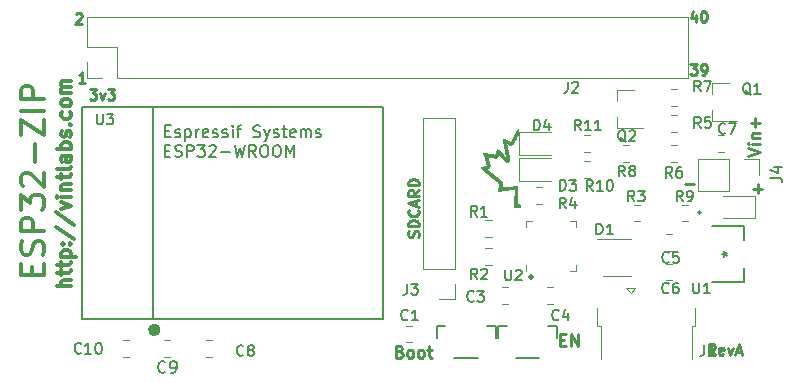
<source format=gbr>
G04 #@! TF.GenerationSoftware,KiCad,Pcbnew,5.0.2-bee76a0~70~ubuntu16.04.1*
G04 #@! TF.CreationDate,2019-08-20T13:37:51-04:00*
G04 #@! TF.ProjectId,ESP32-Zip,45535033-322d-45a6-9970-2e6b69636164,rev?*
G04 #@! TF.SameCoordinates,Original*
G04 #@! TF.FileFunction,Legend,Top*
G04 #@! TF.FilePolarity,Positive*
%FSLAX46Y46*%
G04 Gerber Fmt 4.6, Leading zero omitted, Abs format (unit mm)*
G04 Created by KiCad (PCBNEW 5.0.2-bee76a0~70~ubuntu16.04.1) date mar. 20 août 2019 13:37:51 EDT*
%MOMM*%
%LPD*%
G01*
G04 APERTURE LIST*
%ADD10C,0.250000*%
%ADD11C,0.300000*%
%ADD12C,0.225000*%
%ADD13C,0.120000*%
%ADD14C,0.152400*%
%ADD15C,0.500000*%
%ADD16C,0.150000*%
%ADD17C,0.010000*%
G04 APERTURE END LIST*
D10*
X104319047Y-65071428D02*
X105080952Y-65071428D01*
X110119047Y-65471428D02*
X110880952Y-65471428D01*
X110500000Y-65852380D02*
X110500000Y-65090476D01*
D11*
X91300000Y-72835714D02*
X91371428Y-72907142D01*
X91300000Y-72978571D01*
X91228571Y-72907142D01*
X91300000Y-72835714D01*
X91300000Y-72978571D01*
D12*
X81764285Y-69542857D02*
X81807142Y-69414285D01*
X81807142Y-69200000D01*
X81764285Y-69114285D01*
X81721428Y-69071428D01*
X81635714Y-69028571D01*
X81550000Y-69028571D01*
X81464285Y-69071428D01*
X81421428Y-69114285D01*
X81378571Y-69200000D01*
X81335714Y-69371428D01*
X81292857Y-69457142D01*
X81250000Y-69500000D01*
X81164285Y-69542857D01*
X81078571Y-69542857D01*
X80992857Y-69500000D01*
X80950000Y-69457142D01*
X80907142Y-69371428D01*
X80907142Y-69157142D01*
X80950000Y-69028571D01*
X81807142Y-68642857D02*
X80907142Y-68642857D01*
X80907142Y-68428571D01*
X80950000Y-68300000D01*
X81035714Y-68214285D01*
X81121428Y-68171428D01*
X81292857Y-68128571D01*
X81421428Y-68128571D01*
X81592857Y-68171428D01*
X81678571Y-68214285D01*
X81764285Y-68300000D01*
X81807142Y-68428571D01*
X81807142Y-68642857D01*
X81721428Y-67228571D02*
X81764285Y-67271428D01*
X81807142Y-67400000D01*
X81807142Y-67485714D01*
X81764285Y-67614285D01*
X81678571Y-67700000D01*
X81592857Y-67742857D01*
X81421428Y-67785714D01*
X81292857Y-67785714D01*
X81121428Y-67742857D01*
X81035714Y-67700000D01*
X80950000Y-67614285D01*
X80907142Y-67485714D01*
X80907142Y-67400000D01*
X80950000Y-67271428D01*
X80992857Y-67228571D01*
X81550000Y-66885714D02*
X81550000Y-66457142D01*
X81807142Y-66971428D02*
X80907142Y-66671428D01*
X81807142Y-66371428D01*
X81807142Y-65557142D02*
X81378571Y-65857142D01*
X81807142Y-66071428D02*
X80907142Y-66071428D01*
X80907142Y-65728571D01*
X80950000Y-65642857D01*
X80992857Y-65600000D01*
X81078571Y-65557142D01*
X81207142Y-65557142D01*
X81292857Y-65600000D01*
X81335714Y-65642857D01*
X81378571Y-65728571D01*
X81378571Y-66071428D01*
X81807142Y-65171428D02*
X80907142Y-65171428D01*
X80907142Y-64957142D01*
X80950000Y-64828571D01*
X81035714Y-64742857D01*
X81121428Y-64700000D01*
X81292857Y-64657142D01*
X81421428Y-64657142D01*
X81592857Y-64700000D01*
X81678571Y-64742857D01*
X81764285Y-64828571D01*
X81807142Y-64957142D01*
X81807142Y-65171428D01*
X106864285Y-79507142D02*
X106564285Y-79078571D01*
X106350000Y-79507142D02*
X106350000Y-78607142D01*
X106692857Y-78607142D01*
X106778571Y-78650000D01*
X106821428Y-78692857D01*
X106864285Y-78778571D01*
X106864285Y-78907142D01*
X106821428Y-78992857D01*
X106778571Y-79035714D01*
X106692857Y-79078571D01*
X106350000Y-79078571D01*
X107592857Y-79464285D02*
X107507142Y-79507142D01*
X107335714Y-79507142D01*
X107250000Y-79464285D01*
X107207142Y-79378571D01*
X107207142Y-79035714D01*
X107250000Y-78950000D01*
X107335714Y-78907142D01*
X107507142Y-78907142D01*
X107592857Y-78950000D01*
X107635714Y-79035714D01*
X107635714Y-79121428D01*
X107207142Y-79207142D01*
X107935714Y-78907142D02*
X108150000Y-79507142D01*
X108364285Y-78907142D01*
X108664285Y-79250000D02*
X109092857Y-79250000D01*
X108578571Y-79507142D02*
X108878571Y-78607142D01*
X109178571Y-79507142D01*
X104771428Y-54907142D02*
X105328571Y-54907142D01*
X105028571Y-55250000D01*
X105157142Y-55250000D01*
X105242857Y-55292857D01*
X105285714Y-55335714D01*
X105328571Y-55421428D01*
X105328571Y-55635714D01*
X105285714Y-55721428D01*
X105242857Y-55764285D01*
X105157142Y-55807142D01*
X104900000Y-55807142D01*
X104814285Y-55764285D01*
X104771428Y-55721428D01*
X105757142Y-55807142D02*
X105928571Y-55807142D01*
X106014285Y-55764285D01*
X106057142Y-55721428D01*
X106142857Y-55592857D01*
X106185714Y-55421428D01*
X106185714Y-55078571D01*
X106142857Y-54992857D01*
X106100000Y-54950000D01*
X106014285Y-54907142D01*
X105842857Y-54907142D01*
X105757142Y-54950000D01*
X105714285Y-54992857D01*
X105671428Y-55078571D01*
X105671428Y-55292857D01*
X105714285Y-55378571D01*
X105757142Y-55421428D01*
X105842857Y-55464285D01*
X106014285Y-55464285D01*
X106100000Y-55421428D01*
X106142857Y-55378571D01*
X106185714Y-55292857D01*
D10*
X80180952Y-79228571D02*
X80323809Y-79276190D01*
X80371428Y-79323809D01*
X80419047Y-79419047D01*
X80419047Y-79561904D01*
X80371428Y-79657142D01*
X80323809Y-79704761D01*
X80228571Y-79752380D01*
X79847619Y-79752380D01*
X79847619Y-78752380D01*
X80180952Y-78752380D01*
X80276190Y-78800000D01*
X80323809Y-78847619D01*
X80371428Y-78942857D01*
X80371428Y-79038095D01*
X80323809Y-79133333D01*
X80276190Y-79180952D01*
X80180952Y-79228571D01*
X79847619Y-79228571D01*
X80990476Y-79752380D02*
X80895238Y-79704761D01*
X80847619Y-79657142D01*
X80800000Y-79561904D01*
X80800000Y-79276190D01*
X80847619Y-79180952D01*
X80895238Y-79133333D01*
X80990476Y-79085714D01*
X81133333Y-79085714D01*
X81228571Y-79133333D01*
X81276190Y-79180952D01*
X81323809Y-79276190D01*
X81323809Y-79561904D01*
X81276190Y-79657142D01*
X81228571Y-79704761D01*
X81133333Y-79752380D01*
X80990476Y-79752380D01*
X81895238Y-79752380D02*
X81800000Y-79704761D01*
X81752380Y-79657142D01*
X81704761Y-79561904D01*
X81704761Y-79276190D01*
X81752380Y-79180952D01*
X81800000Y-79133333D01*
X81895238Y-79085714D01*
X82038095Y-79085714D01*
X82133333Y-79133333D01*
X82180952Y-79180952D01*
X82228571Y-79276190D01*
X82228571Y-79561904D01*
X82180952Y-79657142D01*
X82133333Y-79704761D01*
X82038095Y-79752380D01*
X81895238Y-79752380D01*
X82514285Y-79085714D02*
X82895238Y-79085714D01*
X82657142Y-78752380D02*
X82657142Y-79609523D01*
X82704761Y-79704761D01*
X82800000Y-79752380D01*
X82895238Y-79752380D01*
X93761904Y-78228571D02*
X94095238Y-78228571D01*
X94238095Y-78752380D02*
X93761904Y-78752380D01*
X93761904Y-77752380D01*
X94238095Y-77752380D01*
X94666666Y-78752380D02*
X94666666Y-77752380D01*
X95238095Y-78752380D01*
X95238095Y-77752380D01*
D12*
X105242857Y-50707142D02*
X105242857Y-51307142D01*
X105028571Y-50364285D02*
X104814285Y-51007142D01*
X105371428Y-51007142D01*
X105885714Y-50407142D02*
X105971428Y-50407142D01*
X106057142Y-50450000D01*
X106100000Y-50492857D01*
X106142857Y-50578571D01*
X106185714Y-50750000D01*
X106185714Y-50964285D01*
X106142857Y-51135714D01*
X106100000Y-51221428D01*
X106057142Y-51264285D01*
X105971428Y-51307142D01*
X105885714Y-51307142D01*
X105800000Y-51264285D01*
X105757142Y-51221428D01*
X105714285Y-51135714D01*
X105671428Y-50964285D01*
X105671428Y-50750000D01*
X105714285Y-50578571D01*
X105757142Y-50492857D01*
X105800000Y-50450000D01*
X105885714Y-50407142D01*
X52742857Y-50692857D02*
X52785714Y-50650000D01*
X52871428Y-50607142D01*
X53085714Y-50607142D01*
X53171428Y-50650000D01*
X53214285Y-50692857D01*
X53257142Y-50778571D01*
X53257142Y-50864285D01*
X53214285Y-50992857D01*
X52700000Y-51507142D01*
X53257142Y-51507142D01*
X53557142Y-56507142D02*
X53042857Y-56507142D01*
X53300000Y-56507142D02*
X53300000Y-55607142D01*
X53214285Y-55735714D01*
X53128571Y-55821428D01*
X53042857Y-55864285D01*
X53928571Y-57007142D02*
X54485714Y-57007142D01*
X54185714Y-57350000D01*
X54314285Y-57350000D01*
X54400000Y-57392857D01*
X54442857Y-57435714D01*
X54485714Y-57521428D01*
X54485714Y-57735714D01*
X54442857Y-57821428D01*
X54400000Y-57864285D01*
X54314285Y-57907142D01*
X54057142Y-57907142D01*
X53971428Y-57864285D01*
X53928571Y-57821428D01*
X54785714Y-57307142D02*
X55000000Y-57907142D01*
X55214285Y-57307142D01*
X55471428Y-57007142D02*
X56028571Y-57007142D01*
X55728571Y-57350000D01*
X55857142Y-57350000D01*
X55942857Y-57392857D01*
X55985714Y-57435714D01*
X56028571Y-57521428D01*
X56028571Y-57735714D01*
X55985714Y-57821428D01*
X55942857Y-57864285D01*
X55857142Y-57907142D01*
X55600000Y-57907142D01*
X55514285Y-57864285D01*
X55471428Y-57821428D01*
D10*
X109652380Y-62642857D02*
X110652380Y-62309523D01*
X109652380Y-61976190D01*
X110652380Y-61642857D02*
X109985714Y-61642857D01*
X109652380Y-61642857D02*
X109700000Y-61690476D01*
X109747619Y-61642857D01*
X109700000Y-61595238D01*
X109652380Y-61642857D01*
X109747619Y-61642857D01*
X109985714Y-61166666D02*
X110652380Y-61166666D01*
X110080952Y-61166666D02*
X110033333Y-61119047D01*
X109985714Y-61023809D01*
X109985714Y-60880952D01*
X110033333Y-60785714D01*
X110128571Y-60738095D01*
X110652380Y-60738095D01*
X110271428Y-60261904D02*
X110271428Y-59500000D01*
X110652380Y-59880952D02*
X109890476Y-59880952D01*
D11*
X52342857Y-73685714D02*
X51142857Y-73685714D01*
X52342857Y-73171428D02*
X51714285Y-73171428D01*
X51600000Y-73228571D01*
X51542857Y-73342857D01*
X51542857Y-73514285D01*
X51600000Y-73628571D01*
X51657142Y-73685714D01*
X51542857Y-72771428D02*
X51542857Y-72314285D01*
X51142857Y-72600000D02*
X52171428Y-72600000D01*
X52285714Y-72542857D01*
X52342857Y-72428571D01*
X52342857Y-72314285D01*
X51542857Y-72085714D02*
X51542857Y-71628571D01*
X51142857Y-71914285D02*
X52171428Y-71914285D01*
X52285714Y-71857142D01*
X52342857Y-71742857D01*
X52342857Y-71628571D01*
X51542857Y-71228571D02*
X52742857Y-71228571D01*
X51600000Y-71228571D02*
X51542857Y-71114285D01*
X51542857Y-70885714D01*
X51600000Y-70771428D01*
X51657142Y-70714285D01*
X51771428Y-70657142D01*
X52114285Y-70657142D01*
X52228571Y-70714285D01*
X52285714Y-70771428D01*
X52342857Y-70885714D01*
X52342857Y-71114285D01*
X52285714Y-71228571D01*
X52228571Y-70142857D02*
X52285714Y-70085714D01*
X52342857Y-70142857D01*
X52285714Y-70200000D01*
X52228571Y-70142857D01*
X52342857Y-70142857D01*
X51600000Y-70142857D02*
X51657142Y-70085714D01*
X51714285Y-70142857D01*
X51657142Y-70200000D01*
X51600000Y-70142857D01*
X51714285Y-70142857D01*
X51085714Y-68714285D02*
X52628571Y-69742857D01*
X51085714Y-67457142D02*
X52628571Y-68485714D01*
X51542857Y-67171428D02*
X52342857Y-66885714D01*
X51542857Y-66600000D01*
X52342857Y-66142857D02*
X51542857Y-66142857D01*
X51142857Y-66142857D02*
X51200000Y-66200000D01*
X51257142Y-66142857D01*
X51200000Y-66085714D01*
X51142857Y-66142857D01*
X51257142Y-66142857D01*
X51542857Y-65571428D02*
X52342857Y-65571428D01*
X51657142Y-65571428D02*
X51600000Y-65514285D01*
X51542857Y-65400000D01*
X51542857Y-65228571D01*
X51600000Y-65114285D01*
X51714285Y-65057142D01*
X52342857Y-65057142D01*
X51542857Y-64657142D02*
X51542857Y-64200000D01*
X51142857Y-64485714D02*
X52171428Y-64485714D01*
X52285714Y-64428571D01*
X52342857Y-64314285D01*
X52342857Y-64200000D01*
X52342857Y-63628571D02*
X52285714Y-63742857D01*
X52171428Y-63800000D01*
X51142857Y-63800000D01*
X52342857Y-62657142D02*
X51714285Y-62657142D01*
X51600000Y-62714285D01*
X51542857Y-62828571D01*
X51542857Y-63057142D01*
X51600000Y-63171428D01*
X52285714Y-62657142D02*
X52342857Y-62771428D01*
X52342857Y-63057142D01*
X52285714Y-63171428D01*
X52171428Y-63228571D01*
X52057142Y-63228571D01*
X51942857Y-63171428D01*
X51885714Y-63057142D01*
X51885714Y-62771428D01*
X51828571Y-62657142D01*
X52342857Y-62085714D02*
X51142857Y-62085714D01*
X51600000Y-62085714D02*
X51542857Y-61971428D01*
X51542857Y-61742857D01*
X51600000Y-61628571D01*
X51657142Y-61571428D01*
X51771428Y-61514285D01*
X52114285Y-61514285D01*
X52228571Y-61571428D01*
X52285714Y-61628571D01*
X52342857Y-61742857D01*
X52342857Y-61971428D01*
X52285714Y-62085714D01*
X52285714Y-61057142D02*
X52342857Y-60942857D01*
X52342857Y-60714285D01*
X52285714Y-60600000D01*
X52171428Y-60542857D01*
X52114285Y-60542857D01*
X52000000Y-60600000D01*
X51942857Y-60714285D01*
X51942857Y-60885714D01*
X51885714Y-61000000D01*
X51771428Y-61057142D01*
X51714285Y-61057142D01*
X51600000Y-61000000D01*
X51542857Y-60885714D01*
X51542857Y-60714285D01*
X51600000Y-60600000D01*
X52228571Y-60028571D02*
X52285714Y-59971428D01*
X52342857Y-60028571D01*
X52285714Y-60085714D01*
X52228571Y-60028571D01*
X52342857Y-60028571D01*
X52285714Y-58942857D02*
X52342857Y-59057142D01*
X52342857Y-59285714D01*
X52285714Y-59400000D01*
X52228571Y-59457142D01*
X52114285Y-59514285D01*
X51771428Y-59514285D01*
X51657142Y-59457142D01*
X51600000Y-59400000D01*
X51542857Y-59285714D01*
X51542857Y-59057142D01*
X51600000Y-58942857D01*
X52342857Y-58257142D02*
X52285714Y-58371428D01*
X52228571Y-58428571D01*
X52114285Y-58485714D01*
X51771428Y-58485714D01*
X51657142Y-58428571D01*
X51600000Y-58371428D01*
X51542857Y-58257142D01*
X51542857Y-58085714D01*
X51600000Y-57971428D01*
X51657142Y-57914285D01*
X51771428Y-57857142D01*
X52114285Y-57857142D01*
X52228571Y-57914285D01*
X52285714Y-57971428D01*
X52342857Y-58085714D01*
X52342857Y-58257142D01*
X52342857Y-57342857D02*
X51542857Y-57342857D01*
X51657142Y-57342857D02*
X51600000Y-57285714D01*
X51542857Y-57171428D01*
X51542857Y-57000000D01*
X51600000Y-56885714D01*
X51714285Y-56828571D01*
X52342857Y-56828571D01*
X51714285Y-56828571D02*
X51600000Y-56771428D01*
X51542857Y-56657142D01*
X51542857Y-56485714D01*
X51600000Y-56371428D01*
X51714285Y-56314285D01*
X52342857Y-56314285D01*
X49057142Y-72752380D02*
X49057142Y-72085714D01*
X50104761Y-71800000D02*
X50104761Y-72752380D01*
X48104761Y-72752380D01*
X48104761Y-71800000D01*
X50009523Y-71038095D02*
X50104761Y-70752380D01*
X50104761Y-70276190D01*
X50009523Y-70085714D01*
X49914285Y-69990476D01*
X49723809Y-69895238D01*
X49533333Y-69895238D01*
X49342857Y-69990476D01*
X49247619Y-70085714D01*
X49152380Y-70276190D01*
X49057142Y-70657142D01*
X48961904Y-70847619D01*
X48866666Y-70942857D01*
X48676190Y-71038095D01*
X48485714Y-71038095D01*
X48295238Y-70942857D01*
X48200000Y-70847619D01*
X48104761Y-70657142D01*
X48104761Y-70180952D01*
X48200000Y-69895238D01*
X50104761Y-69038095D02*
X48104761Y-69038095D01*
X48104761Y-68276190D01*
X48200000Y-68085714D01*
X48295238Y-67990476D01*
X48485714Y-67895238D01*
X48771428Y-67895238D01*
X48961904Y-67990476D01*
X49057142Y-68085714D01*
X49152380Y-68276190D01*
X49152380Y-69038095D01*
X48104761Y-67228571D02*
X48104761Y-65990476D01*
X48866666Y-66657142D01*
X48866666Y-66371428D01*
X48961904Y-66180952D01*
X49057142Y-66085714D01*
X49247619Y-65990476D01*
X49723809Y-65990476D01*
X49914285Y-66085714D01*
X50009523Y-66180952D01*
X50104761Y-66371428D01*
X50104761Y-66942857D01*
X50009523Y-67133333D01*
X49914285Y-67228571D01*
X48295238Y-65228571D02*
X48200000Y-65133333D01*
X48104761Y-64942857D01*
X48104761Y-64466666D01*
X48200000Y-64276190D01*
X48295238Y-64180952D01*
X48485714Y-64085714D01*
X48676190Y-64085714D01*
X48961904Y-64180952D01*
X50104761Y-65323809D01*
X50104761Y-64085714D01*
X49342857Y-63228571D02*
X49342857Y-61704761D01*
X48104761Y-60942857D02*
X48104761Y-59609523D01*
X50104761Y-60942857D01*
X50104761Y-59609523D01*
X50104761Y-58847619D02*
X48104761Y-58847619D01*
X50104761Y-57895238D02*
X48104761Y-57895238D01*
X48104761Y-57133333D01*
X48200000Y-56942857D01*
X48295238Y-56847619D01*
X48485714Y-56752380D01*
X48771428Y-56752380D01*
X48961904Y-56847619D01*
X49057142Y-56942857D01*
X49152380Y-57133333D01*
X49152380Y-57895238D01*
D13*
G04 #@! TO.C,J4*
X105430000Y-62970000D02*
X105430000Y-65630000D01*
X108030000Y-62970000D02*
X105430000Y-62970000D01*
X108030000Y-65630000D02*
X105430000Y-65630000D01*
X108030000Y-62970000D02*
X108030000Y-65630000D01*
X109300000Y-62970000D02*
X110630000Y-62970000D01*
X110630000Y-62970000D02*
X110630000Y-64300000D01*
G04 #@! TO.C,J3*
X84830000Y-59470000D02*
X82170000Y-59470000D01*
X84830000Y-72230000D02*
X84830000Y-59470000D01*
X82170000Y-72230000D02*
X82170000Y-59470000D01*
X84830000Y-72230000D02*
X82170000Y-72230000D01*
X84830000Y-73500000D02*
X84830000Y-74830000D01*
X84830000Y-74830000D02*
X83500000Y-74830000D01*
G04 #@! TO.C,J1*
X99740000Y-74270000D02*
X99340000Y-73820000D01*
X99340000Y-73820000D02*
X100140000Y-73820000D01*
X100140000Y-73820000D02*
X99740000Y-74270000D01*
X104890000Y-79870000D02*
X104890000Y-77070000D01*
X104890000Y-77070000D02*
X105190000Y-77070000D01*
X105190000Y-77070000D02*
X105190000Y-75520000D01*
X97190000Y-79870000D02*
X97190000Y-77070000D01*
X96890000Y-77070000D02*
X97190000Y-77070000D01*
X96890000Y-77070000D02*
X96890000Y-75520000D01*
G04 #@! TO.C,C3*
X88841422Y-73790000D02*
X89358578Y-73790000D01*
X88841422Y-75210000D02*
X89358578Y-75210000D01*
G04 #@! TO.C,J2*
X104590000Y-56080000D02*
X104590000Y-50880000D01*
X56270000Y-56080000D02*
X104590000Y-56080000D01*
X53670000Y-50880000D02*
X104590000Y-50880000D01*
X56270000Y-56080000D02*
X56270000Y-53480000D01*
X56270000Y-53480000D02*
X53670000Y-53480000D01*
X53670000Y-53480000D02*
X53670000Y-50880000D01*
X55000000Y-56080000D02*
X53670000Y-56080000D01*
X53670000Y-56080000D02*
X53670000Y-54750000D01*
G04 #@! TO.C,D2*
X107562500Y-67960000D02*
X110247500Y-67960000D01*
X110247500Y-67960000D02*
X110247500Y-66040000D01*
X110247500Y-66040000D02*
X107562500Y-66040000D01*
G04 #@! TO.C,D1*
X97400000Y-72820000D02*
X99800000Y-72820000D01*
X99800000Y-69720000D02*
X96850000Y-69720000D01*
D14*
G04 #@! TO.C,U1*
X106622200Y-73374900D02*
X109365400Y-73374900D01*
X109365400Y-73374900D02*
X109365400Y-72183640D01*
X109365400Y-68625100D02*
X106622200Y-68625100D01*
X109365400Y-69816360D02*
X109365400Y-68625100D01*
X105675900Y-67482100D02*
G75*
G03X105675900Y-67482100I-127000J0D01*
G01*
D15*
G04 #@! TO.C,U3*
X59679981Y-77406000D02*
G75*
G03X59679981Y-77406000I-283981J0D01*
G01*
D16*
X59250000Y-58500000D02*
X59250000Y-76500000D01*
X53250000Y-76500000D02*
X78750000Y-76500000D01*
X53250000Y-58500000D02*
X78750000Y-58500000D01*
X78750000Y-58500000D02*
X78750000Y-76500000D01*
X53250000Y-58500000D02*
X53250000Y-76500000D01*
G04 #@! TO.C,SW2*
X88500000Y-78050000D02*
X88500000Y-77050000D01*
X88500000Y-77050000D02*
X89250000Y-77050000D01*
X92750000Y-77050000D02*
X93500000Y-77050000D01*
X93500000Y-77050000D02*
X93500000Y-78050000D01*
X92000000Y-79800000D02*
X90000000Y-79800000D01*
G04 #@! TO.C,SW1*
X86800000Y-79800000D02*
X84800000Y-79800000D01*
X88300000Y-77050000D02*
X88300000Y-78050000D01*
X87550000Y-77050000D02*
X88300000Y-77050000D01*
X83300000Y-77050000D02*
X84050000Y-77050000D01*
X83300000Y-78050000D02*
X83300000Y-77050000D01*
D13*
G04 #@! TO.C,C10*
X56741422Y-79660000D02*
X57258578Y-79660000D01*
X56741422Y-78240000D02*
X57258578Y-78240000D01*
G04 #@! TO.C,C9*
X60758578Y-79660000D02*
X60241422Y-79660000D01*
X60758578Y-78240000D02*
X60241422Y-78240000D01*
G04 #@! TO.C,C8*
X63741422Y-79660000D02*
X64258578Y-79660000D01*
X63741422Y-78240000D02*
X64258578Y-78240000D01*
G04 #@! TO.C,C6*
X103258578Y-73210000D02*
X102741422Y-73210000D01*
X103258578Y-71790000D02*
X102741422Y-71790000D01*
G04 #@! TO.C,C5*
X103258578Y-69290000D02*
X102741422Y-69290000D01*
X103258578Y-70710000D02*
X102741422Y-70710000D01*
G04 #@! TO.C,C4*
X93158578Y-75210000D02*
X92641422Y-75210000D01*
X93158578Y-73790000D02*
X92641422Y-73790000D01*
G04 #@! TO.C,C1*
X80741422Y-78460000D02*
X81258578Y-78460000D01*
X80741422Y-77040000D02*
X81258578Y-77040000D01*
G04 #@! TO.C,C7*
X107091422Y-60890000D02*
X107608578Y-60890000D01*
X107091422Y-62310000D02*
X107608578Y-62310000D01*
G04 #@! TO.C,D3*
X93000000Y-62840000D02*
X90315000Y-62840000D01*
X90315000Y-62840000D02*
X90315000Y-64760000D01*
X90315000Y-64760000D02*
X93000000Y-64760000D01*
G04 #@! TO.C,D4*
X90315000Y-62560000D02*
X93000000Y-62560000D01*
X90315000Y-60640000D02*
X90315000Y-62560000D01*
X93000000Y-60640000D02*
X90315000Y-60640000D01*
G04 #@! TO.C,U2*
X90890000Y-68665000D02*
X90890000Y-68190000D01*
X90890000Y-68190000D02*
X91365000Y-68190000D01*
X95110000Y-71935000D02*
X95110000Y-72410000D01*
X95110000Y-72410000D02*
X94635000Y-72410000D01*
X95110000Y-68665000D02*
X95110000Y-68190000D01*
X95110000Y-68190000D02*
X94635000Y-68190000D01*
X90890000Y-71935000D02*
X90890000Y-72410000D01*
G04 #@! TO.C,Q1*
X106590000Y-56520000D02*
X108050000Y-56520000D01*
X106590000Y-59680000D02*
X108750000Y-59680000D01*
X106590000Y-59680000D02*
X106590000Y-58750000D01*
X106590000Y-56520000D02*
X106590000Y-57450000D01*
G04 #@! TO.C,Q2*
X98590000Y-57120000D02*
X98590000Y-58050000D01*
X98590000Y-60280000D02*
X98590000Y-59350000D01*
X98590000Y-60280000D02*
X100750000Y-60280000D01*
X98590000Y-57120000D02*
X100050000Y-57120000D01*
G04 #@! TO.C,R11*
X96258578Y-62310000D02*
X95741422Y-62310000D01*
X96258578Y-60890000D02*
X95741422Y-60890000D01*
G04 #@! TO.C,R10*
X96258578Y-63090000D02*
X95741422Y-63090000D01*
X96258578Y-64510000D02*
X95741422Y-64510000D01*
G04 #@! TO.C,R9*
X104053922Y-66790000D02*
X104571078Y-66790000D01*
X104053922Y-68210000D02*
X104571078Y-68210000D01*
G04 #@! TO.C,R8*
X99091422Y-63210000D02*
X99608578Y-63210000D01*
X99091422Y-61790000D02*
X99608578Y-61790000D01*
G04 #@! TO.C,R7*
X103153922Y-59240000D02*
X103671078Y-59240000D01*
X103153922Y-60660000D02*
X103671078Y-60660000D01*
G04 #@! TO.C,R6*
X103671078Y-61740000D02*
X103153922Y-61740000D01*
X103671078Y-63160000D02*
X103153922Y-63160000D01*
G04 #@! TO.C,R5*
X103671078Y-58410000D02*
X103153922Y-58410000D01*
X103671078Y-56990000D02*
X103153922Y-56990000D01*
G04 #@! TO.C,R4*
X91741422Y-66710000D02*
X92258578Y-66710000D01*
X91741422Y-65290000D02*
X92258578Y-65290000D01*
G04 #@! TO.C,R2*
X87958578Y-69510000D02*
X87441422Y-69510000D01*
X87958578Y-68090000D02*
X87441422Y-68090000D01*
G04 #@! TO.C,R1*
X87441422Y-71910000D02*
X87958578Y-71910000D01*
X87441422Y-70490000D02*
X87958578Y-70490000D01*
G04 #@! TO.C,R3*
X100003922Y-66790000D02*
X100521078Y-66790000D01*
X100003922Y-68210000D02*
X100521078Y-68210000D01*
D17*
G04 #@! TO.C,G\002A\002A\002A*
G36*
X90195746Y-60424201D02*
X90207832Y-60459080D01*
X90216547Y-60501893D01*
X90221668Y-60550915D01*
X90222970Y-60604420D01*
X90222283Y-60628776D01*
X90219449Y-60676013D01*
X90215041Y-60715819D01*
X90208362Y-60750887D01*
X90198718Y-60783907D01*
X90185414Y-60817570D01*
X90167752Y-60854568D01*
X90160117Y-60869370D01*
X90143836Y-60900480D01*
X90126214Y-60934178D01*
X90109084Y-60966957D01*
X90094280Y-60995309D01*
X90090517Y-61002520D01*
X90061177Y-61058711D01*
X90034615Y-61109471D01*
X90011369Y-61153771D01*
X89991980Y-61190582D01*
X89983972Y-61205720D01*
X89962151Y-61246879D01*
X89944497Y-61280130D01*
X89930435Y-61306549D01*
X89919392Y-61327211D01*
X89910791Y-61343192D01*
X89904058Y-61355571D01*
X89899853Y-61363200D01*
X89890673Y-61379858D01*
X89879289Y-61400669D01*
X89869277Y-61419080D01*
X89859993Y-61435962D01*
X89847199Y-61458893D01*
X89832444Y-61485109D01*
X89817277Y-61511849D01*
X89814171Y-61517297D01*
X89801085Y-61540412D01*
X89790013Y-61560324D01*
X89781842Y-61575410D01*
X89777459Y-61584047D01*
X89776960Y-61585397D01*
X89774163Y-61590930D01*
X89767221Y-61601040D01*
X89764990Y-61604020D01*
X89756134Y-61617268D01*
X89750086Y-61629174D01*
X89749618Y-61630510D01*
X89741922Y-61643767D01*
X89727610Y-61659443D01*
X89709115Y-61675342D01*
X89688870Y-61689266D01*
X89677887Y-61695278D01*
X89629292Y-61713519D01*
X89578340Y-61722092D01*
X89540740Y-61722100D01*
X89504270Y-61717143D01*
X89467745Y-61707947D01*
X89434925Y-61695611D01*
X89416280Y-61685765D01*
X89404059Y-61678784D01*
X89385610Y-61668980D01*
X89363877Y-61657897D01*
X89350240Y-61651155D01*
X89322922Y-61637576D01*
X89292055Y-61621846D01*
X89262993Y-61606707D01*
X89254196Y-61602031D01*
X89234473Y-61591802D01*
X89218230Y-61583996D01*
X89207409Y-61579508D01*
X89203972Y-61578893D01*
X89203344Y-61581060D01*
X89203400Y-61586092D01*
X89204248Y-61594592D01*
X89205997Y-61607164D01*
X89208753Y-61624411D01*
X89212625Y-61646936D01*
X89217720Y-61675341D01*
X89224146Y-61710230D01*
X89232011Y-61752206D01*
X89241423Y-61801872D01*
X89252489Y-61859831D01*
X89265317Y-61926686D01*
X89276635Y-61985500D01*
X89289840Y-62054083D01*
X89301345Y-62113943D01*
X89311385Y-62166333D01*
X89320195Y-62212504D01*
X89328007Y-62253707D01*
X89335056Y-62291195D01*
X89341577Y-62326219D01*
X89347802Y-62360031D01*
X89353967Y-62393883D01*
X89360305Y-62429026D01*
X89367050Y-62466713D01*
X89374436Y-62508194D01*
X89375887Y-62516360D01*
X89380949Y-62544849D01*
X89386246Y-62574666D01*
X89391018Y-62601538D01*
X89393484Y-62615420D01*
X89397489Y-62639291D01*
X89401186Y-62663576D01*
X89403807Y-62683208D01*
X89403898Y-62684000D01*
X89406282Y-62701597D01*
X89409976Y-62725226D01*
X89414350Y-62750943D01*
X89416482Y-62762740D01*
X89420948Y-62788068D01*
X89425015Y-62813178D01*
X89428058Y-62834129D01*
X89428964Y-62841480D01*
X89431111Y-62859024D01*
X89434281Y-62882704D01*
X89437942Y-62908612D01*
X89439788Y-62921157D01*
X89443223Y-62945715D01*
X89444845Y-62963455D01*
X89444635Y-62977561D01*
X89442577Y-62991214D01*
X89439325Y-63004977D01*
X89428447Y-63040118D01*
X89414650Y-63068801D01*
X89395864Y-63094695D01*
X89377821Y-63113934D01*
X89345281Y-63140324D01*
X89310462Y-63157079D01*
X89272578Y-63164420D01*
X89230847Y-63162567D01*
X89214979Y-63159744D01*
X89171378Y-63146512D01*
X89129598Y-63125194D01*
X89088889Y-63095257D01*
X89048501Y-63056166D01*
X89016363Y-63018505D01*
X89005071Y-63004876D01*
X88988097Y-62985155D01*
X88966649Y-62960717D01*
X88941935Y-62932937D01*
X88915164Y-62903188D01*
X88907831Y-62895098D01*
X88895280Y-62881153D01*
X88878246Y-62862065D01*
X88858947Y-62840328D01*
X88839602Y-62818435D01*
X88839251Y-62818038D01*
X88809719Y-62784523D01*
X88786104Y-62757735D01*
X88767613Y-62736776D01*
X88753449Y-62720748D01*
X88742816Y-62708753D01*
X88734918Y-62699893D01*
X88728961Y-62693269D01*
X88724148Y-62687984D01*
X88720955Y-62684514D01*
X88707944Y-62670162D01*
X88695124Y-62655646D01*
X88694920Y-62655410D01*
X88682307Y-62640896D01*
X88666897Y-62623234D01*
X88650399Y-62604374D01*
X88634519Y-62586263D01*
X88620965Y-62570851D01*
X88611444Y-62560085D01*
X88608560Y-62556866D01*
X88601805Y-62549341D01*
X88590381Y-62536529D01*
X88576357Y-62520748D01*
X88570939Y-62514640D01*
X88557246Y-62499589D01*
X88546018Y-62487979D01*
X88538964Y-62481545D01*
X88537609Y-62480799D01*
X88534674Y-62485287D01*
X88530654Y-62496838D01*
X88527788Y-62507469D01*
X88511231Y-62571199D01*
X88494783Y-62625529D01*
X88478124Y-62671210D01*
X88460931Y-62708995D01*
X88442884Y-62739634D01*
X88423661Y-62763880D01*
X88414069Y-62773334D01*
X88386137Y-62795069D01*
X88356605Y-62810240D01*
X88322974Y-62819778D01*
X88282746Y-62824618D01*
X88275573Y-62825016D01*
X88247189Y-62825790D01*
X88224322Y-62824679D01*
X88202437Y-62821264D01*
X88181593Y-62816334D01*
X88162247Y-62811580D01*
X88135567Y-62805398D01*
X88104178Y-62798377D01*
X88070706Y-62791106D01*
X88044680Y-62785607D01*
X88008115Y-62777959D01*
X87968427Y-62769607D01*
X87929258Y-62761320D01*
X87894250Y-62753869D01*
X87877040Y-62750180D01*
X87846074Y-62743524D01*
X87814012Y-62736640D01*
X87784351Y-62730279D01*
X87760586Y-62725191D01*
X87757660Y-62724566D01*
X87732849Y-62719251D01*
X87702605Y-62712752D01*
X87671424Y-62706037D01*
X87652436Y-62701938D01*
X87628908Y-62696933D01*
X87608965Y-62692838D01*
X87594726Y-62690078D01*
X87588333Y-62689079D01*
X87586928Y-62689462D01*
X87586120Y-62691121D01*
X87586104Y-62694820D01*
X87587076Y-62701324D01*
X87589232Y-62711397D01*
X87592766Y-62725804D01*
X87597875Y-62745311D01*
X87604754Y-62770680D01*
X87613598Y-62802677D01*
X87624604Y-62842067D01*
X87637966Y-62889614D01*
X87653881Y-62946082D01*
X87655900Y-62953240D01*
X87678341Y-63033301D01*
X87698055Y-63104779D01*
X87715323Y-63168792D01*
X87730424Y-63226461D01*
X87743639Y-63278905D01*
X87755250Y-63327245D01*
X87765535Y-63372601D01*
X87774777Y-63416094D01*
X87783255Y-63458842D01*
X87785505Y-63470695D01*
X87790322Y-63497987D01*
X87792931Y-63518042D01*
X87793500Y-63533501D01*
X87792201Y-63547004D01*
X87790868Y-63554012D01*
X87777574Y-63593007D01*
X87755558Y-63630132D01*
X87726253Y-63663896D01*
X87691092Y-63692808D01*
X87651505Y-63715377D01*
X87626513Y-63725159D01*
X87613776Y-63729995D01*
X87594807Y-63738013D01*
X87572514Y-63747960D01*
X87556548Y-63755369D01*
X87505970Y-63779248D01*
X87517593Y-63789154D01*
X87527497Y-63797475D01*
X87542015Y-63809535D01*
X87557027Y-63821920D01*
X87573163Y-63835234D01*
X87587977Y-63847546D01*
X87597589Y-63855620D01*
X87604241Y-63861140D01*
X87617853Y-63872327D01*
X87637507Y-63888430D01*
X87662285Y-63908699D01*
X87691272Y-63932383D01*
X87723548Y-63958733D01*
X87758196Y-63986998D01*
X87770360Y-63996915D01*
X87825809Y-64042137D01*
X87875315Y-64082553D01*
X87920824Y-64119757D01*
X87964283Y-64155342D01*
X88007639Y-64190904D01*
X88052838Y-64228035D01*
X88095480Y-64263106D01*
X88108076Y-64273508D01*
X88125131Y-64287642D01*
X88143301Y-64302735D01*
X88146280Y-64305213D01*
X88159093Y-64315845D01*
X88178327Y-64331764D01*
X88202560Y-64351797D01*
X88230371Y-64374768D01*
X88260341Y-64399505D01*
X88290054Y-64424015D01*
X88321368Y-64449850D01*
X88352448Y-64475522D01*
X88381746Y-64499748D01*
X88407713Y-64521246D01*
X88428798Y-64538735D01*
X88442454Y-64550098D01*
X88463684Y-64567788D01*
X88485752Y-64586126D01*
X88505200Y-64602242D01*
X88512801Y-64608518D01*
X88534781Y-64626787D01*
X88561574Y-64649291D01*
X88591893Y-64674929D01*
X88624453Y-64702601D01*
X88657969Y-64731205D01*
X88691155Y-64759641D01*
X88722725Y-64786806D01*
X88751395Y-64811602D01*
X88775878Y-64832925D01*
X88794890Y-64849676D01*
X88805195Y-64858952D01*
X88816102Y-64871593D01*
X88828043Y-64889396D01*
X88836859Y-64905439D01*
X88852680Y-64942988D01*
X88862803Y-64980063D01*
X88867206Y-65018199D01*
X88865867Y-65058928D01*
X88858765Y-65103786D01*
X88845876Y-65154303D01*
X88832658Y-65196060D01*
X88821774Y-65228933D01*
X88811418Y-65261261D01*
X88802023Y-65291591D01*
X88794018Y-65318468D01*
X88787835Y-65340436D01*
X88783904Y-65356042D01*
X88782656Y-65363831D01*
X88782813Y-65364387D01*
X88788512Y-65364701D01*
X88802604Y-65363862D01*
X88823410Y-65362014D01*
X88849246Y-65359306D01*
X88873596Y-65356475D01*
X88904246Y-65352782D01*
X88933073Y-65349349D01*
X88957850Y-65346439D01*
X88976353Y-65344314D01*
X88984480Y-65343423D01*
X88996817Y-65342137D01*
X89017184Y-65340014D01*
X89043504Y-65337271D01*
X89073702Y-65334123D01*
X89103860Y-65330978D01*
X89143165Y-65326891D01*
X89188227Y-65322222D01*
X89234695Y-65317421D01*
X89278217Y-65312938D01*
X89299440Y-65310759D01*
X89339773Y-65306612D01*
X89385756Y-65301866D01*
X89432937Y-65296982D01*
X89476860Y-65292420D01*
X89497560Y-65290262D01*
X89534340Y-65286533D01*
X89573413Y-65282760D01*
X89611459Y-65279250D01*
X89645160Y-65276313D01*
X89665200Y-65274700D01*
X89691945Y-65272566D01*
X89716260Y-65270448D01*
X89735711Y-65268569D01*
X89747867Y-65267154D01*
X89749020Y-65266978D01*
X89759231Y-65265758D01*
X89778018Y-65263950D01*
X89803820Y-65261678D01*
X89835077Y-65259061D01*
X89870228Y-65256222D01*
X89907714Y-65253283D01*
X89945975Y-65250363D01*
X89983449Y-65247586D01*
X90018578Y-65245073D01*
X90049801Y-65242944D01*
X90075558Y-65241322D01*
X90086270Y-65240719D01*
X90144120Y-65237661D01*
X90140751Y-65315920D01*
X90139543Y-65342993D01*
X90137926Y-65377794D01*
X90136016Y-65417906D01*
X90133928Y-65460910D01*
X90131779Y-65504387D01*
X90130168Y-65536420D01*
X90128063Y-65578667D01*
X90125953Y-65622321D01*
X90123950Y-65664956D01*
X90122169Y-65704146D01*
X90120721Y-65737463D01*
X90119911Y-65757400D01*
X90118465Y-65792077D01*
X90116614Y-65832478D01*
X90114568Y-65874188D01*
X90112541Y-65912790D01*
X90112002Y-65922500D01*
X90110560Y-65949349D01*
X90108793Y-65984296D01*
X90106797Y-66025285D01*
X90104672Y-66070263D01*
X90102514Y-66117175D01*
X90100422Y-66163968D01*
X90099542Y-66184120D01*
X90097346Y-66233893D01*
X90094889Y-66287975D01*
X90092304Y-66343580D01*
X90089722Y-66397924D01*
X90087273Y-66448224D01*
X90085089Y-66491696D01*
X90084708Y-66499080D01*
X90082583Y-66540377D01*
X90080443Y-66582528D01*
X90078403Y-66623217D01*
X90076579Y-66660127D01*
X90075086Y-66690942D01*
X90074255Y-66708630D01*
X90071043Y-66778480D01*
X90174841Y-66778480D01*
X90214917Y-66778652D01*
X90246194Y-66779386D01*
X90270031Y-66781012D01*
X90287787Y-66783856D01*
X90300821Y-66788247D01*
X90310490Y-66794511D01*
X90318155Y-66802979D01*
X90325173Y-66813976D01*
X90325697Y-66814888D01*
X90331983Y-66827291D01*
X90335779Y-66839623D01*
X90337673Y-66855057D01*
X90338255Y-66876770D01*
X90338265Y-66882620D01*
X90336905Y-66916127D01*
X90332419Y-66942046D01*
X90324113Y-66962650D01*
X90311292Y-66980217D01*
X90307146Y-66984555D01*
X90289701Y-67002000D01*
X89832289Y-67002000D01*
X89835404Y-66929610D01*
X89836842Y-66898840D01*
X89838762Y-66861734D01*
X89841085Y-66819540D01*
X89843731Y-66773507D01*
X89846621Y-66724883D01*
X89849676Y-66674916D01*
X89852815Y-66624855D01*
X89855960Y-66575947D01*
X89859031Y-66529442D01*
X89861948Y-66486587D01*
X89864633Y-66448632D01*
X89867005Y-66416823D01*
X89868985Y-66392411D01*
X89870494Y-66376642D01*
X89870734Y-66374620D01*
X89871996Y-66362281D01*
X89873717Y-66342235D01*
X89875704Y-66316909D01*
X89877760Y-66288736D01*
X89878497Y-66278100D01*
X89880803Y-66245495D01*
X89883666Y-66206741D01*
X89886786Y-66165812D01*
X89889862Y-66126682D01*
X89891173Y-66110460D01*
X89894730Y-66065460D01*
X89898373Y-66016650D01*
X89902049Y-65964979D01*
X89905703Y-65911400D01*
X89909279Y-65856863D01*
X89912724Y-65802319D01*
X89915982Y-65748721D01*
X89918999Y-65697019D01*
X89921720Y-65648164D01*
X89924090Y-65603108D01*
X89926055Y-65562802D01*
X89927560Y-65528197D01*
X89928550Y-65500244D01*
X89928971Y-65479895D01*
X89928767Y-65468101D01*
X89928264Y-65465464D01*
X89921997Y-65465096D01*
X89906504Y-65465880D01*
X89882641Y-65467722D01*
X89851265Y-65470531D01*
X89813233Y-65474211D01*
X89769402Y-65478670D01*
X89720628Y-65483815D01*
X89667769Y-65489552D01*
X89611680Y-65495787D01*
X89553220Y-65502427D01*
X89493245Y-65509379D01*
X89432611Y-65516549D01*
X89372176Y-65523845D01*
X89312796Y-65531172D01*
X89255328Y-65538437D01*
X89235940Y-65540933D01*
X89132116Y-65554297D01*
X89034715Y-65566694D01*
X88944041Y-65578090D01*
X88860394Y-65588450D01*
X88784077Y-65597738D01*
X88715392Y-65605919D01*
X88654641Y-65612959D01*
X88602127Y-65618823D01*
X88558150Y-65623475D01*
X88523015Y-65626881D01*
X88497022Y-65629005D01*
X88480474Y-65629813D01*
X88473672Y-65629270D01*
X88473591Y-65629204D01*
X88472938Y-65622918D01*
X88474882Y-65610833D01*
X88475884Y-65606764D01*
X88479451Y-65592828D01*
X88484464Y-65572613D01*
X88490031Y-65549728D01*
X88492007Y-65541500D01*
X88500260Y-65508732D01*
X88511136Y-65468201D01*
X88524083Y-65421793D01*
X88538548Y-65371395D01*
X88553979Y-65318895D01*
X88569823Y-65266180D01*
X88585528Y-65215137D01*
X88600543Y-65167652D01*
X88609296Y-65140725D01*
X88622310Y-65097564D01*
X88630283Y-65062520D01*
X88633186Y-65035780D01*
X88630992Y-65017532D01*
X88628277Y-65012059D01*
X88622112Y-65005674D01*
X88609042Y-64993749D01*
X88590061Y-64977137D01*
X88566161Y-64956686D01*
X88538336Y-64933248D01*
X88507580Y-64907673D01*
X88476480Y-64882113D01*
X88407174Y-64825787D01*
X88330859Y-64764334D01*
X88248685Y-64698677D01*
X88161807Y-64629735D01*
X88077340Y-64563119D01*
X88055269Y-64545674D01*
X88027723Y-64523766D01*
X87997125Y-64499328D01*
X87965895Y-64474295D01*
X87938000Y-64451847D01*
X87911633Y-64430595D01*
X87886679Y-64410514D01*
X87864679Y-64392841D01*
X87847178Y-64378815D01*
X87835717Y-64369677D01*
X87834237Y-64368507D01*
X87817824Y-64355192D01*
X87799946Y-64340160D01*
X87793597Y-64334669D01*
X87778706Y-64321952D01*
X87760030Y-64306426D01*
X87742702Y-64292334D01*
X87664613Y-64227968D01*
X87582508Y-64157108D01*
X87498193Y-64081461D01*
X87413476Y-64002734D01*
X87330163Y-63922634D01*
X87250061Y-63842869D01*
X87174977Y-63765145D01*
X87108079Y-63692687D01*
X87088820Y-63671144D01*
X87075646Y-63655884D01*
X87067779Y-63645691D01*
X87064444Y-63639353D01*
X87064866Y-63635656D01*
X87068269Y-63633388D01*
X87069780Y-63632795D01*
X87075191Y-63630969D01*
X87083063Y-63628671D01*
X87094465Y-63625636D01*
X87110466Y-63621598D01*
X87132135Y-63616293D01*
X87160540Y-63609454D01*
X87196749Y-63600817D01*
X87239500Y-63590669D01*
X87267009Y-63583917D01*
X87298720Y-63575749D01*
X87333311Y-63566544D01*
X87369461Y-63556680D01*
X87405848Y-63546536D01*
X87441153Y-63536490D01*
X87474054Y-63526920D01*
X87503229Y-63518204D01*
X87527358Y-63510722D01*
X87545120Y-63504851D01*
X87555194Y-63500970D01*
X87556999Y-63499735D01*
X87555810Y-63491211D01*
X87552439Y-63474082D01*
X87547181Y-63449597D01*
X87540330Y-63419003D01*
X87532182Y-63383548D01*
X87523030Y-63344482D01*
X87513170Y-63303053D01*
X87502897Y-63260509D01*
X87492505Y-63218098D01*
X87482289Y-63177068D01*
X87472543Y-63138668D01*
X87463957Y-63105640D01*
X87440684Y-63020502D01*
X87414895Y-62931659D01*
X87387243Y-62841122D01*
X87358383Y-62750903D01*
X87328972Y-62663013D01*
X87299663Y-62579463D01*
X87271112Y-62502264D01*
X87249235Y-62446372D01*
X87241584Y-62427002D01*
X87235656Y-62411240D01*
X87232313Y-62401420D01*
X87231879Y-62399497D01*
X87236296Y-62398052D01*
X87247434Y-62398876D01*
X87253469Y-62399907D01*
X87266603Y-62402434D01*
X87287081Y-62406316D01*
X87312257Y-62411052D01*
X87339487Y-62416145D01*
X87343640Y-62416919D01*
X87370591Y-62421950D01*
X87404613Y-62428319D01*
X87442791Y-62435478D01*
X87482210Y-62442880D01*
X87519957Y-62449981D01*
X87521440Y-62450260D01*
X87559055Y-62457339D01*
X87598463Y-62464748D01*
X87636750Y-62471939D01*
X87671002Y-62478366D01*
X87698304Y-62483481D01*
X87699240Y-62483656D01*
X87744114Y-62492066D01*
X87781010Y-62499022D01*
X87811941Y-62504913D01*
X87838921Y-62510126D01*
X87863964Y-62515050D01*
X87889081Y-62520072D01*
X87907520Y-62523800D01*
X87938412Y-62529949D01*
X87973927Y-62536837D01*
X88008687Y-62543428D01*
X88026900Y-62546800D01*
X88057656Y-62552687D01*
X88093349Y-62559925D01*
X88129039Y-62567492D01*
X88153570Y-62572940D01*
X88189059Y-62580916D01*
X88215926Y-62586580D01*
X88235414Y-62590057D01*
X88248764Y-62591476D01*
X88257219Y-62590962D01*
X88262020Y-62588642D01*
X88264409Y-62584643D01*
X88264533Y-62584258D01*
X88267617Y-62574929D01*
X88273001Y-62559293D01*
X88279562Y-62540611D01*
X88280055Y-62539220D01*
X88289513Y-62510767D01*
X88299964Y-62475799D01*
X88311613Y-62433561D01*
X88324664Y-62383300D01*
X88339321Y-62324262D01*
X88348791Y-62285060D01*
X88363555Y-62225830D01*
X88377506Y-62175097D01*
X88391119Y-62131280D01*
X88404874Y-62092799D01*
X88413039Y-62072459D01*
X88421296Y-62052738D01*
X88507689Y-62138499D01*
X88566225Y-62196641D01*
X88618070Y-62248221D01*
X88663776Y-62293803D01*
X88703892Y-62333953D01*
X88738969Y-62369236D01*
X88769558Y-62400215D01*
X88796209Y-62427456D01*
X88819474Y-62451523D01*
X88839902Y-62472981D01*
X88858044Y-62492395D01*
X88874451Y-62510330D01*
X88889673Y-62527350D01*
X88904262Y-62544019D01*
X88913258Y-62554460D01*
X88956713Y-62604728D01*
X88999670Y-62653620D01*
X89040492Y-62699298D01*
X89077540Y-62739919D01*
X89096240Y-62759999D01*
X89102261Y-62766645D01*
X89113531Y-62779293D01*
X89128599Y-62796308D01*
X89146012Y-62816053D01*
X89151746Y-62822572D01*
X89168863Y-62841984D01*
X89183384Y-62858343D01*
X89194098Y-62870293D01*
X89199795Y-62876481D01*
X89200395Y-62877039D01*
X89200100Y-62872276D01*
X89198397Y-62858984D01*
X89195520Y-62838661D01*
X89191700Y-62812808D01*
X89187169Y-62782921D01*
X89182160Y-62750499D01*
X89176904Y-62717041D01*
X89171633Y-62684046D01*
X89166580Y-62653011D01*
X89161977Y-62625435D01*
X89158055Y-62602816D01*
X89157122Y-62597640D01*
X89153441Y-62577386D01*
X89148341Y-62549278D01*
X89142212Y-62515458D01*
X89135443Y-62478071D01*
X89128420Y-62439260D01*
X89123990Y-62414760D01*
X89116248Y-62372326D01*
X89107751Y-62326426D01*
X89099075Y-62280128D01*
X89090797Y-62236505D01*
X89083494Y-62198626D01*
X89081052Y-62186160D01*
X89073885Y-62149635D01*
X89066325Y-62110827D01*
X89059001Y-62072989D01*
X89052543Y-62039373D01*
X89048578Y-62018520D01*
X89043689Y-61992647D01*
X89037411Y-61959431D01*
X89030243Y-61921515D01*
X89022683Y-61881536D01*
X89015232Y-61842138D01*
X89013041Y-61830560D01*
X88998103Y-61750843D01*
X88984515Y-61676805D01*
X88972378Y-61609037D01*
X88961793Y-61548135D01*
X88952862Y-61494691D01*
X88945684Y-61449301D01*
X88940362Y-61412557D01*
X88936996Y-61385053D01*
X88936591Y-61380980D01*
X88933093Y-61342460D01*
X88930125Y-61306844D01*
X88927772Y-61275425D01*
X88926121Y-61249496D01*
X88925258Y-61230352D01*
X88925269Y-61219285D01*
X88925699Y-61217086D01*
X88931182Y-61217811D01*
X88943712Y-61221902D01*
X88961055Y-61228591D01*
X88970339Y-61232458D01*
X88995102Y-61242841D01*
X89021778Y-61253762D01*
X89045138Y-61263084D01*
X89047980Y-61264192D01*
X89077004Y-61275816D01*
X89112454Y-61290590D01*
X89151559Y-61307349D01*
X89174980Y-61317589D01*
X89182699Y-61320983D01*
X89198072Y-61327736D01*
X89219448Y-61337125D01*
X89245178Y-61348424D01*
X89273613Y-61360909D01*
X89274040Y-61361096D01*
X89307815Y-61376228D01*
X89343871Y-61392894D01*
X89379016Y-61409586D01*
X89410060Y-61424796D01*
X89426440Y-61433128D01*
X89458556Y-61449803D01*
X89483006Y-61462412D01*
X89501136Y-61471580D01*
X89514290Y-61477932D01*
X89523815Y-61482092D01*
X89531057Y-61484685D01*
X89537361Y-61486335D01*
X89543887Y-61487632D01*
X89549372Y-61488914D01*
X89553732Y-61489788D01*
X89557668Y-61489327D01*
X89561880Y-61486607D01*
X89567067Y-61480702D01*
X89573929Y-61470687D01*
X89583167Y-61455636D01*
X89595480Y-61434625D01*
X89611569Y-61406728D01*
X89632132Y-61371020D01*
X89632248Y-61370820D01*
X89649108Y-61341407D01*
X89665944Y-61311696D01*
X89681385Y-61284129D01*
X89694061Y-61261150D01*
X89700661Y-61248900D01*
X89714045Y-61223665D01*
X89729138Y-61195276D01*
X89742855Y-61169537D01*
X89743879Y-61167620D01*
X89763479Y-61130668D01*
X89786317Y-61087136D01*
X89812713Y-61036412D01*
X89842985Y-60977884D01*
X89877451Y-60910938D01*
X89880940Y-60904147D01*
X89897328Y-60872404D01*
X89913070Y-60842207D01*
X89927278Y-60815232D01*
X89939067Y-60793159D01*
X89947550Y-60777666D01*
X89950155Y-60773113D01*
X89958164Y-60759121D01*
X89963526Y-60748970D01*
X89964919Y-60745532D01*
X89967275Y-60740398D01*
X89973713Y-60728179D01*
X89983292Y-60710621D01*
X89995072Y-60689468D01*
X89996986Y-60686066D01*
X90010777Y-60661373D01*
X90024220Y-60636935D01*
X90035723Y-60615671D01*
X90043333Y-60601200D01*
X90055690Y-60579080D01*
X90072813Y-60551257D01*
X90093171Y-60519996D01*
X90115231Y-60487565D01*
X90137459Y-60456230D01*
X90158323Y-60428258D01*
X90171617Y-60411501D01*
X90183492Y-60397063D01*
X90195746Y-60424201D01*
X90195746Y-60424201D01*
G37*
X90195746Y-60424201D02*
X90207832Y-60459080D01*
X90216547Y-60501893D01*
X90221668Y-60550915D01*
X90222970Y-60604420D01*
X90222283Y-60628776D01*
X90219449Y-60676013D01*
X90215041Y-60715819D01*
X90208362Y-60750887D01*
X90198718Y-60783907D01*
X90185414Y-60817570D01*
X90167752Y-60854568D01*
X90160117Y-60869370D01*
X90143836Y-60900480D01*
X90126214Y-60934178D01*
X90109084Y-60966957D01*
X90094280Y-60995309D01*
X90090517Y-61002520D01*
X90061177Y-61058711D01*
X90034615Y-61109471D01*
X90011369Y-61153771D01*
X89991980Y-61190582D01*
X89983972Y-61205720D01*
X89962151Y-61246879D01*
X89944497Y-61280130D01*
X89930435Y-61306549D01*
X89919392Y-61327211D01*
X89910791Y-61343192D01*
X89904058Y-61355571D01*
X89899853Y-61363200D01*
X89890673Y-61379858D01*
X89879289Y-61400669D01*
X89869277Y-61419080D01*
X89859993Y-61435962D01*
X89847199Y-61458893D01*
X89832444Y-61485109D01*
X89817277Y-61511849D01*
X89814171Y-61517297D01*
X89801085Y-61540412D01*
X89790013Y-61560324D01*
X89781842Y-61575410D01*
X89777459Y-61584047D01*
X89776960Y-61585397D01*
X89774163Y-61590930D01*
X89767221Y-61601040D01*
X89764990Y-61604020D01*
X89756134Y-61617268D01*
X89750086Y-61629174D01*
X89749618Y-61630510D01*
X89741922Y-61643767D01*
X89727610Y-61659443D01*
X89709115Y-61675342D01*
X89688870Y-61689266D01*
X89677887Y-61695278D01*
X89629292Y-61713519D01*
X89578340Y-61722092D01*
X89540740Y-61722100D01*
X89504270Y-61717143D01*
X89467745Y-61707947D01*
X89434925Y-61695611D01*
X89416280Y-61685765D01*
X89404059Y-61678784D01*
X89385610Y-61668980D01*
X89363877Y-61657897D01*
X89350240Y-61651155D01*
X89322922Y-61637576D01*
X89292055Y-61621846D01*
X89262993Y-61606707D01*
X89254196Y-61602031D01*
X89234473Y-61591802D01*
X89218230Y-61583996D01*
X89207409Y-61579508D01*
X89203972Y-61578893D01*
X89203344Y-61581060D01*
X89203400Y-61586092D01*
X89204248Y-61594592D01*
X89205997Y-61607164D01*
X89208753Y-61624411D01*
X89212625Y-61646936D01*
X89217720Y-61675341D01*
X89224146Y-61710230D01*
X89232011Y-61752206D01*
X89241423Y-61801872D01*
X89252489Y-61859831D01*
X89265317Y-61926686D01*
X89276635Y-61985500D01*
X89289840Y-62054083D01*
X89301345Y-62113943D01*
X89311385Y-62166333D01*
X89320195Y-62212504D01*
X89328007Y-62253707D01*
X89335056Y-62291195D01*
X89341577Y-62326219D01*
X89347802Y-62360031D01*
X89353967Y-62393883D01*
X89360305Y-62429026D01*
X89367050Y-62466713D01*
X89374436Y-62508194D01*
X89375887Y-62516360D01*
X89380949Y-62544849D01*
X89386246Y-62574666D01*
X89391018Y-62601538D01*
X89393484Y-62615420D01*
X89397489Y-62639291D01*
X89401186Y-62663576D01*
X89403807Y-62683208D01*
X89403898Y-62684000D01*
X89406282Y-62701597D01*
X89409976Y-62725226D01*
X89414350Y-62750943D01*
X89416482Y-62762740D01*
X89420948Y-62788068D01*
X89425015Y-62813178D01*
X89428058Y-62834129D01*
X89428964Y-62841480D01*
X89431111Y-62859024D01*
X89434281Y-62882704D01*
X89437942Y-62908612D01*
X89439788Y-62921157D01*
X89443223Y-62945715D01*
X89444845Y-62963455D01*
X89444635Y-62977561D01*
X89442577Y-62991214D01*
X89439325Y-63004977D01*
X89428447Y-63040118D01*
X89414650Y-63068801D01*
X89395864Y-63094695D01*
X89377821Y-63113934D01*
X89345281Y-63140324D01*
X89310462Y-63157079D01*
X89272578Y-63164420D01*
X89230847Y-63162567D01*
X89214979Y-63159744D01*
X89171378Y-63146512D01*
X89129598Y-63125194D01*
X89088889Y-63095257D01*
X89048501Y-63056166D01*
X89016363Y-63018505D01*
X89005071Y-63004876D01*
X88988097Y-62985155D01*
X88966649Y-62960717D01*
X88941935Y-62932937D01*
X88915164Y-62903188D01*
X88907831Y-62895098D01*
X88895280Y-62881153D01*
X88878246Y-62862065D01*
X88858947Y-62840328D01*
X88839602Y-62818435D01*
X88839251Y-62818038D01*
X88809719Y-62784523D01*
X88786104Y-62757735D01*
X88767613Y-62736776D01*
X88753449Y-62720748D01*
X88742816Y-62708753D01*
X88734918Y-62699893D01*
X88728961Y-62693269D01*
X88724148Y-62687984D01*
X88720955Y-62684514D01*
X88707944Y-62670162D01*
X88695124Y-62655646D01*
X88694920Y-62655410D01*
X88682307Y-62640896D01*
X88666897Y-62623234D01*
X88650399Y-62604374D01*
X88634519Y-62586263D01*
X88620965Y-62570851D01*
X88611444Y-62560085D01*
X88608560Y-62556866D01*
X88601805Y-62549341D01*
X88590381Y-62536529D01*
X88576357Y-62520748D01*
X88570939Y-62514640D01*
X88557246Y-62499589D01*
X88546018Y-62487979D01*
X88538964Y-62481545D01*
X88537609Y-62480799D01*
X88534674Y-62485287D01*
X88530654Y-62496838D01*
X88527788Y-62507469D01*
X88511231Y-62571199D01*
X88494783Y-62625529D01*
X88478124Y-62671210D01*
X88460931Y-62708995D01*
X88442884Y-62739634D01*
X88423661Y-62763880D01*
X88414069Y-62773334D01*
X88386137Y-62795069D01*
X88356605Y-62810240D01*
X88322974Y-62819778D01*
X88282746Y-62824618D01*
X88275573Y-62825016D01*
X88247189Y-62825790D01*
X88224322Y-62824679D01*
X88202437Y-62821264D01*
X88181593Y-62816334D01*
X88162247Y-62811580D01*
X88135567Y-62805398D01*
X88104178Y-62798377D01*
X88070706Y-62791106D01*
X88044680Y-62785607D01*
X88008115Y-62777959D01*
X87968427Y-62769607D01*
X87929258Y-62761320D01*
X87894250Y-62753869D01*
X87877040Y-62750180D01*
X87846074Y-62743524D01*
X87814012Y-62736640D01*
X87784351Y-62730279D01*
X87760586Y-62725191D01*
X87757660Y-62724566D01*
X87732849Y-62719251D01*
X87702605Y-62712752D01*
X87671424Y-62706037D01*
X87652436Y-62701938D01*
X87628908Y-62696933D01*
X87608965Y-62692838D01*
X87594726Y-62690078D01*
X87588333Y-62689079D01*
X87586928Y-62689462D01*
X87586120Y-62691121D01*
X87586104Y-62694820D01*
X87587076Y-62701324D01*
X87589232Y-62711397D01*
X87592766Y-62725804D01*
X87597875Y-62745311D01*
X87604754Y-62770680D01*
X87613598Y-62802677D01*
X87624604Y-62842067D01*
X87637966Y-62889614D01*
X87653881Y-62946082D01*
X87655900Y-62953240D01*
X87678341Y-63033301D01*
X87698055Y-63104779D01*
X87715323Y-63168792D01*
X87730424Y-63226461D01*
X87743639Y-63278905D01*
X87755250Y-63327245D01*
X87765535Y-63372601D01*
X87774777Y-63416094D01*
X87783255Y-63458842D01*
X87785505Y-63470695D01*
X87790322Y-63497987D01*
X87792931Y-63518042D01*
X87793500Y-63533501D01*
X87792201Y-63547004D01*
X87790868Y-63554012D01*
X87777574Y-63593007D01*
X87755558Y-63630132D01*
X87726253Y-63663896D01*
X87691092Y-63692808D01*
X87651505Y-63715377D01*
X87626513Y-63725159D01*
X87613776Y-63729995D01*
X87594807Y-63738013D01*
X87572514Y-63747960D01*
X87556548Y-63755369D01*
X87505970Y-63779248D01*
X87517593Y-63789154D01*
X87527497Y-63797475D01*
X87542015Y-63809535D01*
X87557027Y-63821920D01*
X87573163Y-63835234D01*
X87587977Y-63847546D01*
X87597589Y-63855620D01*
X87604241Y-63861140D01*
X87617853Y-63872327D01*
X87637507Y-63888430D01*
X87662285Y-63908699D01*
X87691272Y-63932383D01*
X87723548Y-63958733D01*
X87758196Y-63986998D01*
X87770360Y-63996915D01*
X87825809Y-64042137D01*
X87875315Y-64082553D01*
X87920824Y-64119757D01*
X87964283Y-64155342D01*
X88007639Y-64190904D01*
X88052838Y-64228035D01*
X88095480Y-64263106D01*
X88108076Y-64273508D01*
X88125131Y-64287642D01*
X88143301Y-64302735D01*
X88146280Y-64305213D01*
X88159093Y-64315845D01*
X88178327Y-64331764D01*
X88202560Y-64351797D01*
X88230371Y-64374768D01*
X88260341Y-64399505D01*
X88290054Y-64424015D01*
X88321368Y-64449850D01*
X88352448Y-64475522D01*
X88381746Y-64499748D01*
X88407713Y-64521246D01*
X88428798Y-64538735D01*
X88442454Y-64550098D01*
X88463684Y-64567788D01*
X88485752Y-64586126D01*
X88505200Y-64602242D01*
X88512801Y-64608518D01*
X88534781Y-64626787D01*
X88561574Y-64649291D01*
X88591893Y-64674929D01*
X88624453Y-64702601D01*
X88657969Y-64731205D01*
X88691155Y-64759641D01*
X88722725Y-64786806D01*
X88751395Y-64811602D01*
X88775878Y-64832925D01*
X88794890Y-64849676D01*
X88805195Y-64858952D01*
X88816102Y-64871593D01*
X88828043Y-64889396D01*
X88836859Y-64905439D01*
X88852680Y-64942988D01*
X88862803Y-64980063D01*
X88867206Y-65018199D01*
X88865867Y-65058928D01*
X88858765Y-65103786D01*
X88845876Y-65154303D01*
X88832658Y-65196060D01*
X88821774Y-65228933D01*
X88811418Y-65261261D01*
X88802023Y-65291591D01*
X88794018Y-65318468D01*
X88787835Y-65340436D01*
X88783904Y-65356042D01*
X88782656Y-65363831D01*
X88782813Y-65364387D01*
X88788512Y-65364701D01*
X88802604Y-65363862D01*
X88823410Y-65362014D01*
X88849246Y-65359306D01*
X88873596Y-65356475D01*
X88904246Y-65352782D01*
X88933073Y-65349349D01*
X88957850Y-65346439D01*
X88976353Y-65344314D01*
X88984480Y-65343423D01*
X88996817Y-65342137D01*
X89017184Y-65340014D01*
X89043504Y-65337271D01*
X89073702Y-65334123D01*
X89103860Y-65330978D01*
X89143165Y-65326891D01*
X89188227Y-65322222D01*
X89234695Y-65317421D01*
X89278217Y-65312938D01*
X89299440Y-65310759D01*
X89339773Y-65306612D01*
X89385756Y-65301866D01*
X89432937Y-65296982D01*
X89476860Y-65292420D01*
X89497560Y-65290262D01*
X89534340Y-65286533D01*
X89573413Y-65282760D01*
X89611459Y-65279250D01*
X89645160Y-65276313D01*
X89665200Y-65274700D01*
X89691945Y-65272566D01*
X89716260Y-65270448D01*
X89735711Y-65268569D01*
X89747867Y-65267154D01*
X89749020Y-65266978D01*
X89759231Y-65265758D01*
X89778018Y-65263950D01*
X89803820Y-65261678D01*
X89835077Y-65259061D01*
X89870228Y-65256222D01*
X89907714Y-65253283D01*
X89945975Y-65250363D01*
X89983449Y-65247586D01*
X90018578Y-65245073D01*
X90049801Y-65242944D01*
X90075558Y-65241322D01*
X90086270Y-65240719D01*
X90144120Y-65237661D01*
X90140751Y-65315920D01*
X90139543Y-65342993D01*
X90137926Y-65377794D01*
X90136016Y-65417906D01*
X90133928Y-65460910D01*
X90131779Y-65504387D01*
X90130168Y-65536420D01*
X90128063Y-65578667D01*
X90125953Y-65622321D01*
X90123950Y-65664956D01*
X90122169Y-65704146D01*
X90120721Y-65737463D01*
X90119911Y-65757400D01*
X90118465Y-65792077D01*
X90116614Y-65832478D01*
X90114568Y-65874188D01*
X90112541Y-65912790D01*
X90112002Y-65922500D01*
X90110560Y-65949349D01*
X90108793Y-65984296D01*
X90106797Y-66025285D01*
X90104672Y-66070263D01*
X90102514Y-66117175D01*
X90100422Y-66163968D01*
X90099542Y-66184120D01*
X90097346Y-66233893D01*
X90094889Y-66287975D01*
X90092304Y-66343580D01*
X90089722Y-66397924D01*
X90087273Y-66448224D01*
X90085089Y-66491696D01*
X90084708Y-66499080D01*
X90082583Y-66540377D01*
X90080443Y-66582528D01*
X90078403Y-66623217D01*
X90076579Y-66660127D01*
X90075086Y-66690942D01*
X90074255Y-66708630D01*
X90071043Y-66778480D01*
X90174841Y-66778480D01*
X90214917Y-66778652D01*
X90246194Y-66779386D01*
X90270031Y-66781012D01*
X90287787Y-66783856D01*
X90300821Y-66788247D01*
X90310490Y-66794511D01*
X90318155Y-66802979D01*
X90325173Y-66813976D01*
X90325697Y-66814888D01*
X90331983Y-66827291D01*
X90335779Y-66839623D01*
X90337673Y-66855057D01*
X90338255Y-66876770D01*
X90338265Y-66882620D01*
X90336905Y-66916127D01*
X90332419Y-66942046D01*
X90324113Y-66962650D01*
X90311292Y-66980217D01*
X90307146Y-66984555D01*
X90289701Y-67002000D01*
X89832289Y-67002000D01*
X89835404Y-66929610D01*
X89836842Y-66898840D01*
X89838762Y-66861734D01*
X89841085Y-66819540D01*
X89843731Y-66773507D01*
X89846621Y-66724883D01*
X89849676Y-66674916D01*
X89852815Y-66624855D01*
X89855960Y-66575947D01*
X89859031Y-66529442D01*
X89861948Y-66486587D01*
X89864633Y-66448632D01*
X89867005Y-66416823D01*
X89868985Y-66392411D01*
X89870494Y-66376642D01*
X89870734Y-66374620D01*
X89871996Y-66362281D01*
X89873717Y-66342235D01*
X89875704Y-66316909D01*
X89877760Y-66288736D01*
X89878497Y-66278100D01*
X89880803Y-66245495D01*
X89883666Y-66206741D01*
X89886786Y-66165812D01*
X89889862Y-66126682D01*
X89891173Y-66110460D01*
X89894730Y-66065460D01*
X89898373Y-66016650D01*
X89902049Y-65964979D01*
X89905703Y-65911400D01*
X89909279Y-65856863D01*
X89912724Y-65802319D01*
X89915982Y-65748721D01*
X89918999Y-65697019D01*
X89921720Y-65648164D01*
X89924090Y-65603108D01*
X89926055Y-65562802D01*
X89927560Y-65528197D01*
X89928550Y-65500244D01*
X89928971Y-65479895D01*
X89928767Y-65468101D01*
X89928264Y-65465464D01*
X89921997Y-65465096D01*
X89906504Y-65465880D01*
X89882641Y-65467722D01*
X89851265Y-65470531D01*
X89813233Y-65474211D01*
X89769402Y-65478670D01*
X89720628Y-65483815D01*
X89667769Y-65489552D01*
X89611680Y-65495787D01*
X89553220Y-65502427D01*
X89493245Y-65509379D01*
X89432611Y-65516549D01*
X89372176Y-65523845D01*
X89312796Y-65531172D01*
X89255328Y-65538437D01*
X89235940Y-65540933D01*
X89132116Y-65554297D01*
X89034715Y-65566694D01*
X88944041Y-65578090D01*
X88860394Y-65588450D01*
X88784077Y-65597738D01*
X88715392Y-65605919D01*
X88654641Y-65612959D01*
X88602127Y-65618823D01*
X88558150Y-65623475D01*
X88523015Y-65626881D01*
X88497022Y-65629005D01*
X88480474Y-65629813D01*
X88473672Y-65629270D01*
X88473591Y-65629204D01*
X88472938Y-65622918D01*
X88474882Y-65610833D01*
X88475884Y-65606764D01*
X88479451Y-65592828D01*
X88484464Y-65572613D01*
X88490031Y-65549728D01*
X88492007Y-65541500D01*
X88500260Y-65508732D01*
X88511136Y-65468201D01*
X88524083Y-65421793D01*
X88538548Y-65371395D01*
X88553979Y-65318895D01*
X88569823Y-65266180D01*
X88585528Y-65215137D01*
X88600543Y-65167652D01*
X88609296Y-65140725D01*
X88622310Y-65097564D01*
X88630283Y-65062520D01*
X88633186Y-65035780D01*
X88630992Y-65017532D01*
X88628277Y-65012059D01*
X88622112Y-65005674D01*
X88609042Y-64993749D01*
X88590061Y-64977137D01*
X88566161Y-64956686D01*
X88538336Y-64933248D01*
X88507580Y-64907673D01*
X88476480Y-64882113D01*
X88407174Y-64825787D01*
X88330859Y-64764334D01*
X88248685Y-64698677D01*
X88161807Y-64629735D01*
X88077340Y-64563119D01*
X88055269Y-64545674D01*
X88027723Y-64523766D01*
X87997125Y-64499328D01*
X87965895Y-64474295D01*
X87938000Y-64451847D01*
X87911633Y-64430595D01*
X87886679Y-64410514D01*
X87864679Y-64392841D01*
X87847178Y-64378815D01*
X87835717Y-64369677D01*
X87834237Y-64368507D01*
X87817824Y-64355192D01*
X87799946Y-64340160D01*
X87793597Y-64334669D01*
X87778706Y-64321952D01*
X87760030Y-64306426D01*
X87742702Y-64292334D01*
X87664613Y-64227968D01*
X87582508Y-64157108D01*
X87498193Y-64081461D01*
X87413476Y-64002734D01*
X87330163Y-63922634D01*
X87250061Y-63842869D01*
X87174977Y-63765145D01*
X87108079Y-63692687D01*
X87088820Y-63671144D01*
X87075646Y-63655884D01*
X87067779Y-63645691D01*
X87064444Y-63639353D01*
X87064866Y-63635656D01*
X87068269Y-63633388D01*
X87069780Y-63632795D01*
X87075191Y-63630969D01*
X87083063Y-63628671D01*
X87094465Y-63625636D01*
X87110466Y-63621598D01*
X87132135Y-63616293D01*
X87160540Y-63609454D01*
X87196749Y-63600817D01*
X87239500Y-63590669D01*
X87267009Y-63583917D01*
X87298720Y-63575749D01*
X87333311Y-63566544D01*
X87369461Y-63556680D01*
X87405848Y-63546536D01*
X87441153Y-63536490D01*
X87474054Y-63526920D01*
X87503229Y-63518204D01*
X87527358Y-63510722D01*
X87545120Y-63504851D01*
X87555194Y-63500970D01*
X87556999Y-63499735D01*
X87555810Y-63491211D01*
X87552439Y-63474082D01*
X87547181Y-63449597D01*
X87540330Y-63419003D01*
X87532182Y-63383548D01*
X87523030Y-63344482D01*
X87513170Y-63303053D01*
X87502897Y-63260509D01*
X87492505Y-63218098D01*
X87482289Y-63177068D01*
X87472543Y-63138668D01*
X87463957Y-63105640D01*
X87440684Y-63020502D01*
X87414895Y-62931659D01*
X87387243Y-62841122D01*
X87358383Y-62750903D01*
X87328972Y-62663013D01*
X87299663Y-62579463D01*
X87271112Y-62502264D01*
X87249235Y-62446372D01*
X87241584Y-62427002D01*
X87235656Y-62411240D01*
X87232313Y-62401420D01*
X87231879Y-62399497D01*
X87236296Y-62398052D01*
X87247434Y-62398876D01*
X87253469Y-62399907D01*
X87266603Y-62402434D01*
X87287081Y-62406316D01*
X87312257Y-62411052D01*
X87339487Y-62416145D01*
X87343640Y-62416919D01*
X87370591Y-62421950D01*
X87404613Y-62428319D01*
X87442791Y-62435478D01*
X87482210Y-62442880D01*
X87519957Y-62449981D01*
X87521440Y-62450260D01*
X87559055Y-62457339D01*
X87598463Y-62464748D01*
X87636750Y-62471939D01*
X87671002Y-62478366D01*
X87698304Y-62483481D01*
X87699240Y-62483656D01*
X87744114Y-62492066D01*
X87781010Y-62499022D01*
X87811941Y-62504913D01*
X87838921Y-62510126D01*
X87863964Y-62515050D01*
X87889081Y-62520072D01*
X87907520Y-62523800D01*
X87938412Y-62529949D01*
X87973927Y-62536837D01*
X88008687Y-62543428D01*
X88026900Y-62546800D01*
X88057656Y-62552687D01*
X88093349Y-62559925D01*
X88129039Y-62567492D01*
X88153570Y-62572940D01*
X88189059Y-62580916D01*
X88215926Y-62586580D01*
X88235414Y-62590057D01*
X88248764Y-62591476D01*
X88257219Y-62590962D01*
X88262020Y-62588642D01*
X88264409Y-62584643D01*
X88264533Y-62584258D01*
X88267617Y-62574929D01*
X88273001Y-62559293D01*
X88279562Y-62540611D01*
X88280055Y-62539220D01*
X88289513Y-62510767D01*
X88299964Y-62475799D01*
X88311613Y-62433561D01*
X88324664Y-62383300D01*
X88339321Y-62324262D01*
X88348791Y-62285060D01*
X88363555Y-62225830D01*
X88377506Y-62175097D01*
X88391119Y-62131280D01*
X88404874Y-62092799D01*
X88413039Y-62072459D01*
X88421296Y-62052738D01*
X88507689Y-62138499D01*
X88566225Y-62196641D01*
X88618070Y-62248221D01*
X88663776Y-62293803D01*
X88703892Y-62333953D01*
X88738969Y-62369236D01*
X88769558Y-62400215D01*
X88796209Y-62427456D01*
X88819474Y-62451523D01*
X88839902Y-62472981D01*
X88858044Y-62492395D01*
X88874451Y-62510330D01*
X88889673Y-62527350D01*
X88904262Y-62544019D01*
X88913258Y-62554460D01*
X88956713Y-62604728D01*
X88999670Y-62653620D01*
X89040492Y-62699298D01*
X89077540Y-62739919D01*
X89096240Y-62759999D01*
X89102261Y-62766645D01*
X89113531Y-62779293D01*
X89128599Y-62796308D01*
X89146012Y-62816053D01*
X89151746Y-62822572D01*
X89168863Y-62841984D01*
X89183384Y-62858343D01*
X89194098Y-62870293D01*
X89199795Y-62876481D01*
X89200395Y-62877039D01*
X89200100Y-62872276D01*
X89198397Y-62858984D01*
X89195520Y-62838661D01*
X89191700Y-62812808D01*
X89187169Y-62782921D01*
X89182160Y-62750499D01*
X89176904Y-62717041D01*
X89171633Y-62684046D01*
X89166580Y-62653011D01*
X89161977Y-62625435D01*
X89158055Y-62602816D01*
X89157122Y-62597640D01*
X89153441Y-62577386D01*
X89148341Y-62549278D01*
X89142212Y-62515458D01*
X89135443Y-62478071D01*
X89128420Y-62439260D01*
X89123990Y-62414760D01*
X89116248Y-62372326D01*
X89107751Y-62326426D01*
X89099075Y-62280128D01*
X89090797Y-62236505D01*
X89083494Y-62198626D01*
X89081052Y-62186160D01*
X89073885Y-62149635D01*
X89066325Y-62110827D01*
X89059001Y-62072989D01*
X89052543Y-62039373D01*
X89048578Y-62018520D01*
X89043689Y-61992647D01*
X89037411Y-61959431D01*
X89030243Y-61921515D01*
X89022683Y-61881536D01*
X89015232Y-61842138D01*
X89013041Y-61830560D01*
X88998103Y-61750843D01*
X88984515Y-61676805D01*
X88972378Y-61609037D01*
X88961793Y-61548135D01*
X88952862Y-61494691D01*
X88945684Y-61449301D01*
X88940362Y-61412557D01*
X88936996Y-61385053D01*
X88936591Y-61380980D01*
X88933093Y-61342460D01*
X88930125Y-61306844D01*
X88927772Y-61275425D01*
X88926121Y-61249496D01*
X88925258Y-61230352D01*
X88925269Y-61219285D01*
X88925699Y-61217086D01*
X88931182Y-61217811D01*
X88943712Y-61221902D01*
X88961055Y-61228591D01*
X88970339Y-61232458D01*
X88995102Y-61242841D01*
X89021778Y-61253762D01*
X89045138Y-61263084D01*
X89047980Y-61264192D01*
X89077004Y-61275816D01*
X89112454Y-61290590D01*
X89151559Y-61307349D01*
X89174980Y-61317589D01*
X89182699Y-61320983D01*
X89198072Y-61327736D01*
X89219448Y-61337125D01*
X89245178Y-61348424D01*
X89273613Y-61360909D01*
X89274040Y-61361096D01*
X89307815Y-61376228D01*
X89343871Y-61392894D01*
X89379016Y-61409586D01*
X89410060Y-61424796D01*
X89426440Y-61433128D01*
X89458556Y-61449803D01*
X89483006Y-61462412D01*
X89501136Y-61471580D01*
X89514290Y-61477932D01*
X89523815Y-61482092D01*
X89531057Y-61484685D01*
X89537361Y-61486335D01*
X89543887Y-61487632D01*
X89549372Y-61488914D01*
X89553732Y-61489788D01*
X89557668Y-61489327D01*
X89561880Y-61486607D01*
X89567067Y-61480702D01*
X89573929Y-61470687D01*
X89583167Y-61455636D01*
X89595480Y-61434625D01*
X89611569Y-61406728D01*
X89632132Y-61371020D01*
X89632248Y-61370820D01*
X89649108Y-61341407D01*
X89665944Y-61311696D01*
X89681385Y-61284129D01*
X89694061Y-61261150D01*
X89700661Y-61248900D01*
X89714045Y-61223665D01*
X89729138Y-61195276D01*
X89742855Y-61169537D01*
X89743879Y-61167620D01*
X89763479Y-61130668D01*
X89786317Y-61087136D01*
X89812713Y-61036412D01*
X89842985Y-60977884D01*
X89877451Y-60910938D01*
X89880940Y-60904147D01*
X89897328Y-60872404D01*
X89913070Y-60842207D01*
X89927278Y-60815232D01*
X89939067Y-60793159D01*
X89947550Y-60777666D01*
X89950155Y-60773113D01*
X89958164Y-60759121D01*
X89963526Y-60748970D01*
X89964919Y-60745532D01*
X89967275Y-60740398D01*
X89973713Y-60728179D01*
X89983292Y-60710621D01*
X89995072Y-60689468D01*
X89996986Y-60686066D01*
X90010777Y-60661373D01*
X90024220Y-60636935D01*
X90035723Y-60615671D01*
X90043333Y-60601200D01*
X90055690Y-60579080D01*
X90072813Y-60551257D01*
X90093171Y-60519996D01*
X90115231Y-60487565D01*
X90137459Y-60456230D01*
X90158323Y-60428258D01*
X90171617Y-60411501D01*
X90183492Y-60397063D01*
X90195746Y-60424201D01*
G04 #@! TO.C,J4*
D16*
X111552380Y-64533333D02*
X112266666Y-64533333D01*
X112409523Y-64580952D01*
X112504761Y-64676190D01*
X112552380Y-64819047D01*
X112552380Y-64914285D01*
X111885714Y-63628571D02*
X112552380Y-63628571D01*
X111504761Y-63866666D02*
X112219047Y-64104761D01*
X112219047Y-63485714D01*
G04 #@! TO.C,J3*
X80800000Y-73507142D02*
X80800000Y-74150000D01*
X80757142Y-74278571D01*
X80671428Y-74364285D01*
X80542857Y-74407142D01*
X80457142Y-74407142D01*
X81142857Y-73507142D02*
X81700000Y-73507142D01*
X81400000Y-73850000D01*
X81528571Y-73850000D01*
X81614285Y-73892857D01*
X81657142Y-73935714D01*
X81700000Y-74021428D01*
X81700000Y-74235714D01*
X81657142Y-74321428D01*
X81614285Y-74364285D01*
X81528571Y-74407142D01*
X81271428Y-74407142D01*
X81185714Y-74364285D01*
X81142857Y-74321428D01*
G04 #@! TO.C,J1*
X105965000Y-78707142D02*
X105965000Y-79350000D01*
X105922142Y-79478571D01*
X105836428Y-79564285D01*
X105707857Y-79607142D01*
X105622142Y-79607142D01*
X106865000Y-79607142D02*
X106350714Y-79607142D01*
X106607857Y-79607142D02*
X106607857Y-78707142D01*
X106522142Y-78835714D01*
X106436428Y-78921428D01*
X106350714Y-78964285D01*
G04 #@! TO.C,C3*
X86450000Y-74921428D02*
X86407142Y-74964285D01*
X86278571Y-75007142D01*
X86192857Y-75007142D01*
X86064285Y-74964285D01*
X85978571Y-74878571D01*
X85935714Y-74792857D01*
X85892857Y-74621428D01*
X85892857Y-74492857D01*
X85935714Y-74321428D01*
X85978571Y-74235714D01*
X86064285Y-74150000D01*
X86192857Y-74107142D01*
X86278571Y-74107142D01*
X86407142Y-74150000D01*
X86450000Y-74192857D01*
X86750000Y-74107142D02*
X87307142Y-74107142D01*
X87007142Y-74450000D01*
X87135714Y-74450000D01*
X87221428Y-74492857D01*
X87264285Y-74535714D01*
X87307142Y-74621428D01*
X87307142Y-74835714D01*
X87264285Y-74921428D01*
X87221428Y-74964285D01*
X87135714Y-75007142D01*
X86878571Y-75007142D01*
X86792857Y-74964285D01*
X86750000Y-74921428D01*
G04 #@! TO.C,J2*
X94400000Y-56407142D02*
X94400000Y-57050000D01*
X94357142Y-57178571D01*
X94271428Y-57264285D01*
X94142857Y-57307142D01*
X94057142Y-57307142D01*
X94785714Y-56492857D02*
X94828571Y-56450000D01*
X94914285Y-56407142D01*
X95128571Y-56407142D01*
X95214285Y-56450000D01*
X95257142Y-56492857D01*
X95300000Y-56578571D01*
X95300000Y-56664285D01*
X95257142Y-56792857D01*
X94742857Y-57307142D01*
X95300000Y-57307142D01*
G04 #@! TO.C,D1*
X96835714Y-69307142D02*
X96835714Y-68407142D01*
X97050000Y-68407142D01*
X97178571Y-68450000D01*
X97264285Y-68535714D01*
X97307142Y-68621428D01*
X97350000Y-68792857D01*
X97350000Y-68921428D01*
X97307142Y-69092857D01*
X97264285Y-69178571D01*
X97178571Y-69264285D01*
X97050000Y-69307142D01*
X96835714Y-69307142D01*
X98207142Y-69307142D02*
X97692857Y-69307142D01*
X97950000Y-69307142D02*
X97950000Y-68407142D01*
X97864285Y-68535714D01*
X97778571Y-68621428D01*
X97692857Y-68664285D01*
G04 #@! TO.C,U1*
X105014285Y-73407142D02*
X105014285Y-74135714D01*
X105057142Y-74221428D01*
X105100000Y-74264285D01*
X105185714Y-74307142D01*
X105357142Y-74307142D01*
X105442857Y-74264285D01*
X105485714Y-74221428D01*
X105528571Y-74135714D01*
X105528571Y-73407142D01*
X106428571Y-74307142D02*
X105914285Y-74307142D01*
X106171428Y-74307142D02*
X106171428Y-73407142D01*
X106085714Y-73535714D01*
X106000000Y-73621428D01*
X105914285Y-73664285D01*
X107452380Y-71000000D02*
X107690476Y-71000000D01*
X107595238Y-71238095D02*
X107690476Y-71000000D01*
X107595238Y-70761904D01*
X107880952Y-71142857D02*
X107690476Y-71000000D01*
X107880952Y-70857142D01*
G04 #@! TO.C,U3*
X54514285Y-59107142D02*
X54514285Y-59835714D01*
X54557142Y-59921428D01*
X54600000Y-59964285D01*
X54685714Y-60007142D01*
X54857142Y-60007142D01*
X54942857Y-59964285D01*
X54985714Y-59921428D01*
X55028571Y-59835714D01*
X55028571Y-59107142D01*
X55371428Y-59107142D02*
X55928571Y-59107142D01*
X55628571Y-59450000D01*
X55757142Y-59450000D01*
X55842857Y-59492857D01*
X55885714Y-59535714D01*
X55928571Y-59621428D01*
X55928571Y-59835714D01*
X55885714Y-59921428D01*
X55842857Y-59964285D01*
X55757142Y-60007142D01*
X55500000Y-60007142D01*
X55414285Y-59964285D01*
X55371428Y-59921428D01*
X60317571Y-60570571D02*
X60650904Y-60570571D01*
X60793761Y-61094380D02*
X60317571Y-61094380D01*
X60317571Y-60094380D01*
X60793761Y-60094380D01*
X61174714Y-61046761D02*
X61269952Y-61094380D01*
X61460428Y-61094380D01*
X61555666Y-61046761D01*
X61603285Y-60951523D01*
X61603285Y-60903904D01*
X61555666Y-60808666D01*
X61460428Y-60761047D01*
X61317571Y-60761047D01*
X61222333Y-60713428D01*
X61174714Y-60618190D01*
X61174714Y-60570571D01*
X61222333Y-60475333D01*
X61317571Y-60427714D01*
X61460428Y-60427714D01*
X61555666Y-60475333D01*
X62031857Y-60427714D02*
X62031857Y-61427714D01*
X62031857Y-60475333D02*
X62127095Y-60427714D01*
X62317571Y-60427714D01*
X62412809Y-60475333D01*
X62460428Y-60522952D01*
X62508047Y-60618190D01*
X62508047Y-60903904D01*
X62460428Y-60999142D01*
X62412809Y-61046761D01*
X62317571Y-61094380D01*
X62127095Y-61094380D01*
X62031857Y-61046761D01*
X62936619Y-61094380D02*
X62936619Y-60427714D01*
X62936619Y-60618190D02*
X62984238Y-60522952D01*
X63031857Y-60475333D01*
X63127095Y-60427714D01*
X63222333Y-60427714D01*
X63936619Y-61046761D02*
X63841380Y-61094380D01*
X63650904Y-61094380D01*
X63555666Y-61046761D01*
X63508047Y-60951523D01*
X63508047Y-60570571D01*
X63555666Y-60475333D01*
X63650904Y-60427714D01*
X63841380Y-60427714D01*
X63936619Y-60475333D01*
X63984238Y-60570571D01*
X63984238Y-60665809D01*
X63508047Y-60761047D01*
X64365190Y-61046761D02*
X64460428Y-61094380D01*
X64650904Y-61094380D01*
X64746142Y-61046761D01*
X64793761Y-60951523D01*
X64793761Y-60903904D01*
X64746142Y-60808666D01*
X64650904Y-60761047D01*
X64508047Y-60761047D01*
X64412809Y-60713428D01*
X64365190Y-60618190D01*
X64365190Y-60570571D01*
X64412809Y-60475333D01*
X64508047Y-60427714D01*
X64650904Y-60427714D01*
X64746142Y-60475333D01*
X65174714Y-61046761D02*
X65269952Y-61094380D01*
X65460428Y-61094380D01*
X65555666Y-61046761D01*
X65603285Y-60951523D01*
X65603285Y-60903904D01*
X65555666Y-60808666D01*
X65460428Y-60761047D01*
X65317571Y-60761047D01*
X65222333Y-60713428D01*
X65174714Y-60618190D01*
X65174714Y-60570571D01*
X65222333Y-60475333D01*
X65317571Y-60427714D01*
X65460428Y-60427714D01*
X65555666Y-60475333D01*
X66031857Y-61094380D02*
X66031857Y-60427714D01*
X66031857Y-60094380D02*
X65984238Y-60142000D01*
X66031857Y-60189619D01*
X66079476Y-60142000D01*
X66031857Y-60094380D01*
X66031857Y-60189619D01*
X66365190Y-60427714D02*
X66746142Y-60427714D01*
X66508047Y-61094380D02*
X66508047Y-60237238D01*
X66555666Y-60142000D01*
X66650904Y-60094380D01*
X66746142Y-60094380D01*
X67793761Y-61046761D02*
X67936619Y-61094380D01*
X68174714Y-61094380D01*
X68269952Y-61046761D01*
X68317571Y-60999142D01*
X68365190Y-60903904D01*
X68365190Y-60808666D01*
X68317571Y-60713428D01*
X68269952Y-60665809D01*
X68174714Y-60618190D01*
X67984238Y-60570571D01*
X67889000Y-60522952D01*
X67841380Y-60475333D01*
X67793761Y-60380095D01*
X67793761Y-60284857D01*
X67841380Y-60189619D01*
X67889000Y-60142000D01*
X67984238Y-60094380D01*
X68222333Y-60094380D01*
X68365190Y-60142000D01*
X68698523Y-60427714D02*
X68936619Y-61094380D01*
X69174714Y-60427714D02*
X68936619Y-61094380D01*
X68841380Y-61332476D01*
X68793761Y-61380095D01*
X68698523Y-61427714D01*
X69508047Y-61046761D02*
X69603285Y-61094380D01*
X69793761Y-61094380D01*
X69889000Y-61046761D01*
X69936619Y-60951523D01*
X69936619Y-60903904D01*
X69889000Y-60808666D01*
X69793761Y-60761047D01*
X69650904Y-60761047D01*
X69555666Y-60713428D01*
X69508047Y-60618190D01*
X69508047Y-60570571D01*
X69555666Y-60475333D01*
X69650904Y-60427714D01*
X69793761Y-60427714D01*
X69889000Y-60475333D01*
X70222333Y-60427714D02*
X70603285Y-60427714D01*
X70365190Y-60094380D02*
X70365190Y-60951523D01*
X70412809Y-61046761D01*
X70508047Y-61094380D01*
X70603285Y-61094380D01*
X71317571Y-61046761D02*
X71222333Y-61094380D01*
X71031857Y-61094380D01*
X70936619Y-61046761D01*
X70889000Y-60951523D01*
X70889000Y-60570571D01*
X70936619Y-60475333D01*
X71031857Y-60427714D01*
X71222333Y-60427714D01*
X71317571Y-60475333D01*
X71365190Y-60570571D01*
X71365190Y-60665809D01*
X70889000Y-60761047D01*
X71793761Y-61094380D02*
X71793761Y-60427714D01*
X71793761Y-60522952D02*
X71841380Y-60475333D01*
X71936619Y-60427714D01*
X72079476Y-60427714D01*
X72174714Y-60475333D01*
X72222333Y-60570571D01*
X72222333Y-61094380D01*
X72222333Y-60570571D02*
X72269952Y-60475333D01*
X72365190Y-60427714D01*
X72508047Y-60427714D01*
X72603285Y-60475333D01*
X72650904Y-60570571D01*
X72650904Y-61094380D01*
X73079476Y-61046761D02*
X73174714Y-61094380D01*
X73365190Y-61094380D01*
X73460428Y-61046761D01*
X73508047Y-60951523D01*
X73508047Y-60903904D01*
X73460428Y-60808666D01*
X73365190Y-60761047D01*
X73222333Y-60761047D01*
X73127095Y-60713428D01*
X73079476Y-60618190D01*
X73079476Y-60570571D01*
X73127095Y-60475333D01*
X73222333Y-60427714D01*
X73365190Y-60427714D01*
X73460428Y-60475333D01*
X60293619Y-62221571D02*
X60626952Y-62221571D01*
X60769809Y-62745380D02*
X60293619Y-62745380D01*
X60293619Y-61745380D01*
X60769809Y-61745380D01*
X61150761Y-62697761D02*
X61293619Y-62745380D01*
X61531714Y-62745380D01*
X61626952Y-62697761D01*
X61674571Y-62650142D01*
X61722190Y-62554904D01*
X61722190Y-62459666D01*
X61674571Y-62364428D01*
X61626952Y-62316809D01*
X61531714Y-62269190D01*
X61341238Y-62221571D01*
X61246000Y-62173952D01*
X61198380Y-62126333D01*
X61150761Y-62031095D01*
X61150761Y-61935857D01*
X61198380Y-61840619D01*
X61246000Y-61793000D01*
X61341238Y-61745380D01*
X61579333Y-61745380D01*
X61722190Y-61793000D01*
X62150761Y-62745380D02*
X62150761Y-61745380D01*
X62531714Y-61745380D01*
X62626952Y-61793000D01*
X62674571Y-61840619D01*
X62722190Y-61935857D01*
X62722190Y-62078714D01*
X62674571Y-62173952D01*
X62626952Y-62221571D01*
X62531714Y-62269190D01*
X62150761Y-62269190D01*
X63055523Y-61745380D02*
X63674571Y-61745380D01*
X63341238Y-62126333D01*
X63484095Y-62126333D01*
X63579333Y-62173952D01*
X63626952Y-62221571D01*
X63674571Y-62316809D01*
X63674571Y-62554904D01*
X63626952Y-62650142D01*
X63579333Y-62697761D01*
X63484095Y-62745380D01*
X63198380Y-62745380D01*
X63103142Y-62697761D01*
X63055523Y-62650142D01*
X64055523Y-61840619D02*
X64103142Y-61793000D01*
X64198380Y-61745380D01*
X64436476Y-61745380D01*
X64531714Y-61793000D01*
X64579333Y-61840619D01*
X64626952Y-61935857D01*
X64626952Y-62031095D01*
X64579333Y-62173952D01*
X64007904Y-62745380D01*
X64626952Y-62745380D01*
X65055523Y-62364428D02*
X65817428Y-62364428D01*
X66198380Y-61745380D02*
X66436476Y-62745380D01*
X66626952Y-62031095D01*
X66817428Y-62745380D01*
X67055523Y-61745380D01*
X68007904Y-62745380D02*
X67674571Y-62269190D01*
X67436476Y-62745380D02*
X67436476Y-61745380D01*
X67817428Y-61745380D01*
X67912666Y-61793000D01*
X67960285Y-61840619D01*
X68007904Y-61935857D01*
X68007904Y-62078714D01*
X67960285Y-62173952D01*
X67912666Y-62221571D01*
X67817428Y-62269190D01*
X67436476Y-62269190D01*
X68626952Y-61745380D02*
X68817428Y-61745380D01*
X68912666Y-61793000D01*
X69007904Y-61888238D01*
X69055523Y-62078714D01*
X69055523Y-62412047D01*
X69007904Y-62602523D01*
X68912666Y-62697761D01*
X68817428Y-62745380D01*
X68626952Y-62745380D01*
X68531714Y-62697761D01*
X68436476Y-62602523D01*
X68388857Y-62412047D01*
X68388857Y-62078714D01*
X68436476Y-61888238D01*
X68531714Y-61793000D01*
X68626952Y-61745380D01*
X69674571Y-61745380D02*
X69865047Y-61745380D01*
X69960285Y-61793000D01*
X70055523Y-61888238D01*
X70103142Y-62078714D01*
X70103142Y-62412047D01*
X70055523Y-62602523D01*
X69960285Y-62697761D01*
X69865047Y-62745380D01*
X69674571Y-62745380D01*
X69579333Y-62697761D01*
X69484095Y-62602523D01*
X69436476Y-62412047D01*
X69436476Y-62078714D01*
X69484095Y-61888238D01*
X69579333Y-61793000D01*
X69674571Y-61745380D01*
X70531714Y-62745380D02*
X70531714Y-61745380D01*
X70865047Y-62459666D01*
X71198380Y-61745380D01*
X71198380Y-62745380D01*
G04 #@! TO.C,C10*
X53221428Y-79321428D02*
X53178571Y-79364285D01*
X53050000Y-79407142D01*
X52964285Y-79407142D01*
X52835714Y-79364285D01*
X52750000Y-79278571D01*
X52707142Y-79192857D01*
X52664285Y-79021428D01*
X52664285Y-78892857D01*
X52707142Y-78721428D01*
X52750000Y-78635714D01*
X52835714Y-78550000D01*
X52964285Y-78507142D01*
X53050000Y-78507142D01*
X53178571Y-78550000D01*
X53221428Y-78592857D01*
X54078571Y-79407142D02*
X53564285Y-79407142D01*
X53821428Y-79407142D02*
X53821428Y-78507142D01*
X53735714Y-78635714D01*
X53650000Y-78721428D01*
X53564285Y-78764285D01*
X54635714Y-78507142D02*
X54721428Y-78507142D01*
X54807142Y-78550000D01*
X54850000Y-78592857D01*
X54892857Y-78678571D01*
X54935714Y-78850000D01*
X54935714Y-79064285D01*
X54892857Y-79235714D01*
X54850000Y-79321428D01*
X54807142Y-79364285D01*
X54721428Y-79407142D01*
X54635714Y-79407142D01*
X54550000Y-79364285D01*
X54507142Y-79321428D01*
X54464285Y-79235714D01*
X54421428Y-79064285D01*
X54421428Y-78850000D01*
X54464285Y-78678571D01*
X54507142Y-78592857D01*
X54550000Y-78550000D01*
X54635714Y-78507142D01*
G04 #@! TO.C,C9*
X60333333Y-80957142D02*
X60285714Y-81004761D01*
X60142857Y-81052380D01*
X60047619Y-81052380D01*
X59904761Y-81004761D01*
X59809523Y-80909523D01*
X59761904Y-80814285D01*
X59714285Y-80623809D01*
X59714285Y-80480952D01*
X59761904Y-80290476D01*
X59809523Y-80195238D01*
X59904761Y-80100000D01*
X60047619Y-80052380D01*
X60142857Y-80052380D01*
X60285714Y-80100000D01*
X60333333Y-80147619D01*
X60809523Y-81052380D02*
X61000000Y-81052380D01*
X61095238Y-81004761D01*
X61142857Y-80957142D01*
X61238095Y-80814285D01*
X61285714Y-80623809D01*
X61285714Y-80242857D01*
X61238095Y-80147619D01*
X61190476Y-80100000D01*
X61095238Y-80052380D01*
X60904761Y-80052380D01*
X60809523Y-80100000D01*
X60761904Y-80147619D01*
X60714285Y-80242857D01*
X60714285Y-80480952D01*
X60761904Y-80576190D01*
X60809523Y-80623809D01*
X60904761Y-80671428D01*
X61095238Y-80671428D01*
X61190476Y-80623809D01*
X61238095Y-80576190D01*
X61285714Y-80480952D01*
G04 #@! TO.C,C8*
X66950000Y-79521428D02*
X66907142Y-79564285D01*
X66778571Y-79607142D01*
X66692857Y-79607142D01*
X66564285Y-79564285D01*
X66478571Y-79478571D01*
X66435714Y-79392857D01*
X66392857Y-79221428D01*
X66392857Y-79092857D01*
X66435714Y-78921428D01*
X66478571Y-78835714D01*
X66564285Y-78750000D01*
X66692857Y-78707142D01*
X66778571Y-78707142D01*
X66907142Y-78750000D01*
X66950000Y-78792857D01*
X67464285Y-79092857D02*
X67378571Y-79050000D01*
X67335714Y-79007142D01*
X67292857Y-78921428D01*
X67292857Y-78878571D01*
X67335714Y-78792857D01*
X67378571Y-78750000D01*
X67464285Y-78707142D01*
X67635714Y-78707142D01*
X67721428Y-78750000D01*
X67764285Y-78792857D01*
X67807142Y-78878571D01*
X67807142Y-78921428D01*
X67764285Y-79007142D01*
X67721428Y-79050000D01*
X67635714Y-79092857D01*
X67464285Y-79092857D01*
X67378571Y-79135714D01*
X67335714Y-79178571D01*
X67292857Y-79264285D01*
X67292857Y-79435714D01*
X67335714Y-79521428D01*
X67378571Y-79564285D01*
X67464285Y-79607142D01*
X67635714Y-79607142D01*
X67721428Y-79564285D01*
X67764285Y-79521428D01*
X67807142Y-79435714D01*
X67807142Y-79264285D01*
X67764285Y-79178571D01*
X67721428Y-79135714D01*
X67635714Y-79092857D01*
G04 #@! TO.C,C6*
X102950000Y-74221428D02*
X102907142Y-74264285D01*
X102778571Y-74307142D01*
X102692857Y-74307142D01*
X102564285Y-74264285D01*
X102478571Y-74178571D01*
X102435714Y-74092857D01*
X102392857Y-73921428D01*
X102392857Y-73792857D01*
X102435714Y-73621428D01*
X102478571Y-73535714D01*
X102564285Y-73450000D01*
X102692857Y-73407142D01*
X102778571Y-73407142D01*
X102907142Y-73450000D01*
X102950000Y-73492857D01*
X103721428Y-73407142D02*
X103550000Y-73407142D01*
X103464285Y-73450000D01*
X103421428Y-73492857D01*
X103335714Y-73621428D01*
X103292857Y-73792857D01*
X103292857Y-74135714D01*
X103335714Y-74221428D01*
X103378571Y-74264285D01*
X103464285Y-74307142D01*
X103635714Y-74307142D01*
X103721428Y-74264285D01*
X103764285Y-74221428D01*
X103807142Y-74135714D01*
X103807142Y-73921428D01*
X103764285Y-73835714D01*
X103721428Y-73792857D01*
X103635714Y-73750000D01*
X103464285Y-73750000D01*
X103378571Y-73792857D01*
X103335714Y-73835714D01*
X103292857Y-73921428D01*
G04 #@! TO.C,C5*
X102950000Y-71621428D02*
X102907142Y-71664285D01*
X102778571Y-71707142D01*
X102692857Y-71707142D01*
X102564285Y-71664285D01*
X102478571Y-71578571D01*
X102435714Y-71492857D01*
X102392857Y-71321428D01*
X102392857Y-71192857D01*
X102435714Y-71021428D01*
X102478571Y-70935714D01*
X102564285Y-70850000D01*
X102692857Y-70807142D01*
X102778571Y-70807142D01*
X102907142Y-70850000D01*
X102950000Y-70892857D01*
X103764285Y-70807142D02*
X103335714Y-70807142D01*
X103292857Y-71235714D01*
X103335714Y-71192857D01*
X103421428Y-71150000D01*
X103635714Y-71150000D01*
X103721428Y-71192857D01*
X103764285Y-71235714D01*
X103807142Y-71321428D01*
X103807142Y-71535714D01*
X103764285Y-71621428D01*
X103721428Y-71664285D01*
X103635714Y-71707142D01*
X103421428Y-71707142D01*
X103335714Y-71664285D01*
X103292857Y-71621428D01*
G04 #@! TO.C,C4*
X93650000Y-76521428D02*
X93607142Y-76564285D01*
X93478571Y-76607142D01*
X93392857Y-76607142D01*
X93264285Y-76564285D01*
X93178571Y-76478571D01*
X93135714Y-76392857D01*
X93092857Y-76221428D01*
X93092857Y-76092857D01*
X93135714Y-75921428D01*
X93178571Y-75835714D01*
X93264285Y-75750000D01*
X93392857Y-75707142D01*
X93478571Y-75707142D01*
X93607142Y-75750000D01*
X93650000Y-75792857D01*
X94421428Y-76007142D02*
X94421428Y-76607142D01*
X94207142Y-75664285D02*
X93992857Y-76307142D01*
X94550000Y-76307142D01*
G04 #@! TO.C,C1*
X80850000Y-76521428D02*
X80807142Y-76564285D01*
X80678571Y-76607142D01*
X80592857Y-76607142D01*
X80464285Y-76564285D01*
X80378571Y-76478571D01*
X80335714Y-76392857D01*
X80292857Y-76221428D01*
X80292857Y-76092857D01*
X80335714Y-75921428D01*
X80378571Y-75835714D01*
X80464285Y-75750000D01*
X80592857Y-75707142D01*
X80678571Y-75707142D01*
X80807142Y-75750000D01*
X80850000Y-75792857D01*
X81707142Y-76607142D02*
X81192857Y-76607142D01*
X81450000Y-76607142D02*
X81450000Y-75707142D01*
X81364285Y-75835714D01*
X81278571Y-75921428D01*
X81192857Y-75964285D01*
G04 #@! TO.C,C7*
X107750000Y-60721428D02*
X107707142Y-60764285D01*
X107578571Y-60807142D01*
X107492857Y-60807142D01*
X107364285Y-60764285D01*
X107278571Y-60678571D01*
X107235714Y-60592857D01*
X107192857Y-60421428D01*
X107192857Y-60292857D01*
X107235714Y-60121428D01*
X107278571Y-60035714D01*
X107364285Y-59950000D01*
X107492857Y-59907142D01*
X107578571Y-59907142D01*
X107707142Y-59950000D01*
X107750000Y-59992857D01*
X108050000Y-59907142D02*
X108650000Y-59907142D01*
X108264285Y-60807142D01*
G04 #@! TO.C,D3*
X93735714Y-65607142D02*
X93735714Y-64707142D01*
X93950000Y-64707142D01*
X94078571Y-64750000D01*
X94164285Y-64835714D01*
X94207142Y-64921428D01*
X94250000Y-65092857D01*
X94250000Y-65221428D01*
X94207142Y-65392857D01*
X94164285Y-65478571D01*
X94078571Y-65564285D01*
X93950000Y-65607142D01*
X93735714Y-65607142D01*
X94550000Y-64707142D02*
X95107142Y-64707142D01*
X94807142Y-65050000D01*
X94935714Y-65050000D01*
X95021428Y-65092857D01*
X95064285Y-65135714D01*
X95107142Y-65221428D01*
X95107142Y-65435714D01*
X95064285Y-65521428D01*
X95021428Y-65564285D01*
X94935714Y-65607142D01*
X94678571Y-65607142D01*
X94592857Y-65564285D01*
X94550000Y-65521428D01*
G04 #@! TO.C,D4*
X91535714Y-60507142D02*
X91535714Y-59607142D01*
X91750000Y-59607142D01*
X91878571Y-59650000D01*
X91964285Y-59735714D01*
X92007142Y-59821428D01*
X92050000Y-59992857D01*
X92050000Y-60121428D01*
X92007142Y-60292857D01*
X91964285Y-60378571D01*
X91878571Y-60464285D01*
X91750000Y-60507142D01*
X91535714Y-60507142D01*
X92821428Y-59907142D02*
X92821428Y-60507142D01*
X92607142Y-59564285D02*
X92392857Y-60207142D01*
X92950000Y-60207142D01*
G04 #@! TO.C,U2*
X89114285Y-72307142D02*
X89114285Y-73035714D01*
X89157142Y-73121428D01*
X89200000Y-73164285D01*
X89285714Y-73207142D01*
X89457142Y-73207142D01*
X89542857Y-73164285D01*
X89585714Y-73121428D01*
X89628571Y-73035714D01*
X89628571Y-72307142D01*
X90014285Y-72392857D02*
X90057142Y-72350000D01*
X90142857Y-72307142D01*
X90357142Y-72307142D01*
X90442857Y-72350000D01*
X90485714Y-72392857D01*
X90528571Y-72478571D01*
X90528571Y-72564285D01*
X90485714Y-72692857D01*
X89971428Y-73207142D01*
X90528571Y-73207142D01*
G04 #@! TO.C,Q1*
X109914285Y-57492857D02*
X109828571Y-57450000D01*
X109742857Y-57364285D01*
X109614285Y-57235714D01*
X109528571Y-57192857D01*
X109442857Y-57192857D01*
X109485714Y-57407142D02*
X109400000Y-57364285D01*
X109314285Y-57278571D01*
X109271428Y-57107142D01*
X109271428Y-56807142D01*
X109314285Y-56635714D01*
X109400000Y-56550000D01*
X109485714Y-56507142D01*
X109657142Y-56507142D01*
X109742857Y-56550000D01*
X109828571Y-56635714D01*
X109871428Y-56807142D01*
X109871428Y-57107142D01*
X109828571Y-57278571D01*
X109742857Y-57364285D01*
X109657142Y-57407142D01*
X109485714Y-57407142D01*
X110728571Y-57407142D02*
X110214285Y-57407142D01*
X110471428Y-57407142D02*
X110471428Y-56507142D01*
X110385714Y-56635714D01*
X110300000Y-56721428D01*
X110214285Y-56764285D01*
G04 #@! TO.C,Q2*
X99314285Y-61492857D02*
X99228571Y-61450000D01*
X99142857Y-61364285D01*
X99014285Y-61235714D01*
X98928571Y-61192857D01*
X98842857Y-61192857D01*
X98885714Y-61407142D02*
X98800000Y-61364285D01*
X98714285Y-61278571D01*
X98671428Y-61107142D01*
X98671428Y-60807142D01*
X98714285Y-60635714D01*
X98800000Y-60550000D01*
X98885714Y-60507142D01*
X99057142Y-60507142D01*
X99142857Y-60550000D01*
X99228571Y-60635714D01*
X99271428Y-60807142D01*
X99271428Y-61107142D01*
X99228571Y-61278571D01*
X99142857Y-61364285D01*
X99057142Y-61407142D01*
X98885714Y-61407142D01*
X99614285Y-60592857D02*
X99657142Y-60550000D01*
X99742857Y-60507142D01*
X99957142Y-60507142D01*
X100042857Y-60550000D01*
X100085714Y-60592857D01*
X100128571Y-60678571D01*
X100128571Y-60764285D01*
X100085714Y-60892857D01*
X99571428Y-61407142D01*
X100128571Y-61407142D01*
G04 #@! TO.C,R11*
X95521428Y-60507142D02*
X95221428Y-60078571D01*
X95007142Y-60507142D02*
X95007142Y-59607142D01*
X95350000Y-59607142D01*
X95435714Y-59650000D01*
X95478571Y-59692857D01*
X95521428Y-59778571D01*
X95521428Y-59907142D01*
X95478571Y-59992857D01*
X95435714Y-60035714D01*
X95350000Y-60078571D01*
X95007142Y-60078571D01*
X96378571Y-60507142D02*
X95864285Y-60507142D01*
X96121428Y-60507142D02*
X96121428Y-59607142D01*
X96035714Y-59735714D01*
X95950000Y-59821428D01*
X95864285Y-59864285D01*
X97235714Y-60507142D02*
X96721428Y-60507142D01*
X96978571Y-60507142D02*
X96978571Y-59607142D01*
X96892857Y-59735714D01*
X96807142Y-59821428D01*
X96721428Y-59864285D01*
G04 #@! TO.C,R10*
X96521428Y-65607142D02*
X96221428Y-65178571D01*
X96007142Y-65607142D02*
X96007142Y-64707142D01*
X96350000Y-64707142D01*
X96435714Y-64750000D01*
X96478571Y-64792857D01*
X96521428Y-64878571D01*
X96521428Y-65007142D01*
X96478571Y-65092857D01*
X96435714Y-65135714D01*
X96350000Y-65178571D01*
X96007142Y-65178571D01*
X97378571Y-65607142D02*
X96864285Y-65607142D01*
X97121428Y-65607142D02*
X97121428Y-64707142D01*
X97035714Y-64835714D01*
X96950000Y-64921428D01*
X96864285Y-64964285D01*
X97935714Y-64707142D02*
X98021428Y-64707142D01*
X98107142Y-64750000D01*
X98150000Y-64792857D01*
X98192857Y-64878571D01*
X98235714Y-65050000D01*
X98235714Y-65264285D01*
X98192857Y-65435714D01*
X98150000Y-65521428D01*
X98107142Y-65564285D01*
X98021428Y-65607142D01*
X97935714Y-65607142D01*
X97850000Y-65564285D01*
X97807142Y-65521428D01*
X97764285Y-65435714D01*
X97721428Y-65264285D01*
X97721428Y-65050000D01*
X97764285Y-64878571D01*
X97807142Y-64792857D01*
X97850000Y-64750000D01*
X97935714Y-64707142D01*
G04 #@! TO.C,R9*
X104150000Y-66507142D02*
X103850000Y-66078571D01*
X103635714Y-66507142D02*
X103635714Y-65607142D01*
X103978571Y-65607142D01*
X104064285Y-65650000D01*
X104107142Y-65692857D01*
X104150000Y-65778571D01*
X104150000Y-65907142D01*
X104107142Y-65992857D01*
X104064285Y-66035714D01*
X103978571Y-66078571D01*
X103635714Y-66078571D01*
X104578571Y-66507142D02*
X104750000Y-66507142D01*
X104835714Y-66464285D01*
X104878571Y-66421428D01*
X104964285Y-66292857D01*
X105007142Y-66121428D01*
X105007142Y-65778571D01*
X104964285Y-65692857D01*
X104921428Y-65650000D01*
X104835714Y-65607142D01*
X104664285Y-65607142D01*
X104578571Y-65650000D01*
X104535714Y-65692857D01*
X104492857Y-65778571D01*
X104492857Y-65992857D01*
X104535714Y-66078571D01*
X104578571Y-66121428D01*
X104664285Y-66164285D01*
X104835714Y-66164285D01*
X104921428Y-66121428D01*
X104964285Y-66078571D01*
X105007142Y-65992857D01*
G04 #@! TO.C,R8*
X99250000Y-64407142D02*
X98950000Y-63978571D01*
X98735714Y-64407142D02*
X98735714Y-63507142D01*
X99078571Y-63507142D01*
X99164285Y-63550000D01*
X99207142Y-63592857D01*
X99250000Y-63678571D01*
X99250000Y-63807142D01*
X99207142Y-63892857D01*
X99164285Y-63935714D01*
X99078571Y-63978571D01*
X98735714Y-63978571D01*
X99764285Y-63892857D02*
X99678571Y-63850000D01*
X99635714Y-63807142D01*
X99592857Y-63721428D01*
X99592857Y-63678571D01*
X99635714Y-63592857D01*
X99678571Y-63550000D01*
X99764285Y-63507142D01*
X99935714Y-63507142D01*
X100021428Y-63550000D01*
X100064285Y-63592857D01*
X100107142Y-63678571D01*
X100107142Y-63721428D01*
X100064285Y-63807142D01*
X100021428Y-63850000D01*
X99935714Y-63892857D01*
X99764285Y-63892857D01*
X99678571Y-63935714D01*
X99635714Y-63978571D01*
X99592857Y-64064285D01*
X99592857Y-64235714D01*
X99635714Y-64321428D01*
X99678571Y-64364285D01*
X99764285Y-64407142D01*
X99935714Y-64407142D01*
X100021428Y-64364285D01*
X100064285Y-64321428D01*
X100107142Y-64235714D01*
X100107142Y-64064285D01*
X100064285Y-63978571D01*
X100021428Y-63935714D01*
X99935714Y-63892857D01*
G04 #@! TO.C,R7*
X105650000Y-57207142D02*
X105350000Y-56778571D01*
X105135714Y-57207142D02*
X105135714Y-56307142D01*
X105478571Y-56307142D01*
X105564285Y-56350000D01*
X105607142Y-56392857D01*
X105650000Y-56478571D01*
X105650000Y-56607142D01*
X105607142Y-56692857D01*
X105564285Y-56735714D01*
X105478571Y-56778571D01*
X105135714Y-56778571D01*
X105950000Y-56307142D02*
X106550000Y-56307142D01*
X106164285Y-57207142D01*
G04 #@! TO.C,R6*
X103262500Y-64507142D02*
X102962500Y-64078571D01*
X102748214Y-64507142D02*
X102748214Y-63607142D01*
X103091071Y-63607142D01*
X103176785Y-63650000D01*
X103219642Y-63692857D01*
X103262500Y-63778571D01*
X103262500Y-63907142D01*
X103219642Y-63992857D01*
X103176785Y-64035714D01*
X103091071Y-64078571D01*
X102748214Y-64078571D01*
X104033928Y-63607142D02*
X103862500Y-63607142D01*
X103776785Y-63650000D01*
X103733928Y-63692857D01*
X103648214Y-63821428D01*
X103605357Y-63992857D01*
X103605357Y-64335714D01*
X103648214Y-64421428D01*
X103691071Y-64464285D01*
X103776785Y-64507142D01*
X103948214Y-64507142D01*
X104033928Y-64464285D01*
X104076785Y-64421428D01*
X104119642Y-64335714D01*
X104119642Y-64121428D01*
X104076785Y-64035714D01*
X104033928Y-63992857D01*
X103948214Y-63950000D01*
X103776785Y-63950000D01*
X103691071Y-63992857D01*
X103648214Y-64035714D01*
X103605357Y-64121428D01*
G04 #@! TO.C,R5*
X105650000Y-60307142D02*
X105350000Y-59878571D01*
X105135714Y-60307142D02*
X105135714Y-59407142D01*
X105478571Y-59407142D01*
X105564285Y-59450000D01*
X105607142Y-59492857D01*
X105650000Y-59578571D01*
X105650000Y-59707142D01*
X105607142Y-59792857D01*
X105564285Y-59835714D01*
X105478571Y-59878571D01*
X105135714Y-59878571D01*
X106464285Y-59407142D02*
X106035714Y-59407142D01*
X105992857Y-59835714D01*
X106035714Y-59792857D01*
X106121428Y-59750000D01*
X106335714Y-59750000D01*
X106421428Y-59792857D01*
X106464285Y-59835714D01*
X106507142Y-59921428D01*
X106507142Y-60135714D01*
X106464285Y-60221428D01*
X106421428Y-60264285D01*
X106335714Y-60307142D01*
X106121428Y-60307142D01*
X106035714Y-60264285D01*
X105992857Y-60221428D01*
G04 #@! TO.C,R4*
X94250000Y-67107142D02*
X93950000Y-66678571D01*
X93735714Y-67107142D02*
X93735714Y-66207142D01*
X94078571Y-66207142D01*
X94164285Y-66250000D01*
X94207142Y-66292857D01*
X94250000Y-66378571D01*
X94250000Y-66507142D01*
X94207142Y-66592857D01*
X94164285Y-66635714D01*
X94078571Y-66678571D01*
X93735714Y-66678571D01*
X95021428Y-66507142D02*
X95021428Y-67107142D01*
X94807142Y-66164285D02*
X94592857Y-66807142D01*
X95150000Y-66807142D01*
G04 #@! TO.C,R2*
X86750000Y-73107142D02*
X86450000Y-72678571D01*
X86235714Y-73107142D02*
X86235714Y-72207142D01*
X86578571Y-72207142D01*
X86664285Y-72250000D01*
X86707142Y-72292857D01*
X86750000Y-72378571D01*
X86750000Y-72507142D01*
X86707142Y-72592857D01*
X86664285Y-72635714D01*
X86578571Y-72678571D01*
X86235714Y-72678571D01*
X87092857Y-72292857D02*
X87135714Y-72250000D01*
X87221428Y-72207142D01*
X87435714Y-72207142D01*
X87521428Y-72250000D01*
X87564285Y-72292857D01*
X87607142Y-72378571D01*
X87607142Y-72464285D01*
X87564285Y-72592857D01*
X87050000Y-73107142D01*
X87607142Y-73107142D01*
G04 #@! TO.C,R1*
X86750000Y-67807142D02*
X86450000Y-67378571D01*
X86235714Y-67807142D02*
X86235714Y-66907142D01*
X86578571Y-66907142D01*
X86664285Y-66950000D01*
X86707142Y-66992857D01*
X86750000Y-67078571D01*
X86750000Y-67207142D01*
X86707142Y-67292857D01*
X86664285Y-67335714D01*
X86578571Y-67378571D01*
X86235714Y-67378571D01*
X87607142Y-67807142D02*
X87092857Y-67807142D01*
X87350000Y-67807142D02*
X87350000Y-66907142D01*
X87264285Y-67035714D01*
X87178571Y-67121428D01*
X87092857Y-67164285D01*
G04 #@! TO.C,R3*
X100050000Y-66507142D02*
X99750000Y-66078571D01*
X99535714Y-66507142D02*
X99535714Y-65607142D01*
X99878571Y-65607142D01*
X99964285Y-65650000D01*
X100007142Y-65692857D01*
X100050000Y-65778571D01*
X100050000Y-65907142D01*
X100007142Y-65992857D01*
X99964285Y-66035714D01*
X99878571Y-66078571D01*
X99535714Y-66078571D01*
X100350000Y-65607142D02*
X100907142Y-65607142D01*
X100607142Y-65950000D01*
X100735714Y-65950000D01*
X100821428Y-65992857D01*
X100864285Y-66035714D01*
X100907142Y-66121428D01*
X100907142Y-66335714D01*
X100864285Y-66421428D01*
X100821428Y-66464285D01*
X100735714Y-66507142D01*
X100478571Y-66507142D01*
X100392857Y-66464285D01*
X100350000Y-66421428D01*
G04 #@! TD*
M02*

</source>
